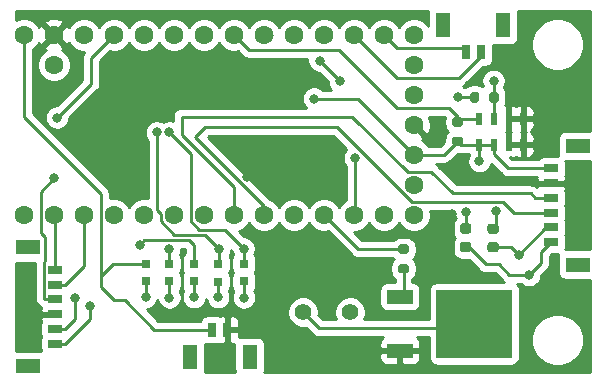
<source format=gtl>
%TF.GenerationSoftware,KiCad,Pcbnew,(5.1.10)-1*%
%TF.CreationDate,2021-11-25T14:16:16+01:00*%
%TF.ProjectId,EXTENSION_BOARD,45585445-4e53-4494-9f4e-5f424f415244,rev?*%
%TF.SameCoordinates,Original*%
%TF.FileFunction,Copper,L1,Top*%
%TF.FilePolarity,Positive*%
%FSLAX46Y46*%
G04 Gerber Fmt 4.6, Leading zero omitted, Abs format (unit mm)*
G04 Created by KiCad (PCBNEW (5.1.10)-1) date 2021-11-25 14:16:16*
%MOMM*%
%LPD*%
G01*
G04 APERTURE LIST*
%TA.AperFunction,ComponentPad*%
%ADD10C,1.400000*%
%TD*%
%TA.AperFunction,SMDPad,CuDef*%
%ADD11R,0.800000X0.800000*%
%TD*%
%TA.AperFunction,SMDPad,CuDef*%
%ADD12R,0.600000X1.100000*%
%TD*%
%TA.AperFunction,SMDPad,CuDef*%
%ADD13R,0.800000X1.200000*%
%TD*%
%TA.AperFunction,SMDPad,CuDef*%
%ADD14R,1.300000X2.150000*%
%TD*%
%TA.AperFunction,ComponentPad*%
%ADD15C,1.600000*%
%TD*%
%TA.AperFunction,SMDPad,CuDef*%
%ADD16R,1.200000X0.800000*%
%TD*%
%TA.AperFunction,SMDPad,CuDef*%
%ADD17R,2.150000X1.300000*%
%TD*%
%TA.AperFunction,SMDPad,CuDef*%
%ADD18R,2.200000X1.200000*%
%TD*%
%TA.AperFunction,SMDPad,CuDef*%
%ADD19R,6.400000X5.800000*%
%TD*%
%TA.AperFunction,ViaPad*%
%ADD20C,0.800000*%
%TD*%
%TA.AperFunction,Conductor*%
%ADD21C,0.250000*%
%TD*%
%TA.AperFunction,Conductor*%
%ADD22C,0.254000*%
%TD*%
%TA.AperFunction,Conductor*%
%ADD23C,0.100000*%
%TD*%
G04 APERTURE END LIST*
D10*
%TO.P,LS1,1*%
%TO.N,+3V3*%
X118971060Y-104246680D03*
%TO.P,LS1,2*%
%TO.N,Buzzer*%
X114971060Y-104246680D03*
%TD*%
D11*
%TO.P,D1,2*%
%TO.N,VIN*%
X101638100Y-100144580D03*
%TO.P,D1,1*%
%TO.N,Net-(D1-Pad1)*%
X101638100Y-101644580D03*
%TD*%
%TO.P,D2,1*%
%TO.N,Net-(D2-Pad1)*%
X103657400Y-101642040D03*
%TO.P,D2,2*%
%TO.N,YLED1*%
X103657400Y-100142040D03*
%TD*%
%TO.P,D3,2*%
%TO.N,YLED2*%
X105735120Y-100142040D03*
%TO.P,D3,1*%
%TO.N,Net-(D3-Pad1)*%
X105735120Y-101642040D03*
%TD*%
%TO.P,D4,1*%
%TO.N,Net-(D4-Pad1)*%
X107805220Y-101647120D03*
%TO.P,D4,2*%
%TO.N,GLED1*%
X107805220Y-100147120D03*
%TD*%
%TO.P,D5,2*%
%TO.N,GLED2*%
X109951520Y-100136960D03*
%TO.P,D5,1*%
%TO.N,Net-(D5-Pad1)*%
X109951520Y-101636960D03*
%TD*%
D12*
%TO.P,IC2,1*%
%TO.N,+3V3*%
X129884960Y-90050800D03*
%TO.P,IC2,2*%
X131134960Y-90050800D03*
%TO.P,IC2,3*%
%TO.N,GND*%
X132384960Y-90050800D03*
%TO.P,IC2,4*%
X133634960Y-90050800D03*
%TO.P,IC2,5*%
X133634960Y-87850800D03*
%TO.P,IC2,6*%
X132384960Y-87850800D03*
%TO.P,IC2,7*%
%TO.N,Accel_SDA*%
X131134960Y-87850800D03*
%TO.P,IC2,8*%
%TO.N,Accel_SCL*%
X129884960Y-87850800D03*
%TD*%
D13*
%TO.P,J3,1*%
%TO.N,PWM2*%
X130012360Y-82236420D03*
%TO.P,J3,2*%
%TO.N,PWM1*%
X128762360Y-82236420D03*
D14*
%TO.P,J3,MP1*%
%TO.N,Net-(J3-PadMP1)*%
X126862360Y-79941420D03*
%TO.P,J3,MP2*%
%TO.N,Net-(J3-PadMP2)*%
X131912360Y-79941420D03*
%TD*%
D13*
%TO.P,J2,1*%
%TO.N,VIN*%
X107306980Y-105726120D03*
%TO.P,J2,2*%
%TO.N,GND*%
X108556980Y-105726120D03*
D14*
%TO.P,J2,MP1*%
%TO.N,Net-(J2-PadMP1)*%
X110456980Y-108021120D03*
%TO.P,J2,MP2*%
%TO.N,Net-(J2-PadMP2)*%
X105406980Y-108021120D03*
%TD*%
D15*
%TO.P,U2,17*%
%TO.N,GND*%
X124360940Y-88389460D03*
%TO.P,U2,18*%
%TO.N,Net-(U2-Pad18)*%
X124360940Y-85849460D03*
%TO.P,U2,19*%
%TO.N,Net-(U2-Pad19)*%
X124360940Y-83309460D03*
%TO.P,U2,20*%
%TO.N,SCLK*%
X124360940Y-80769460D03*
%TO.P,U2,16*%
%TO.N,+3V3*%
X124360940Y-90929460D03*
%TO.P,U2,15*%
%TO.N,Net-(U2-Pad15)*%
X124360940Y-93469460D03*
%TO.P,U2,14*%
%TO.N,MISO*%
X124360940Y-96009460D03*
%TO.P,U2,21*%
%TO.N,PWM1*%
X121820940Y-80769460D03*
%TO.P,U2,22*%
%TO.N,PWM2*%
X119280940Y-80769460D03*
%TO.P,U2,23*%
%TO.N,Net-(U2-Pad23)*%
X116740940Y-80769460D03*
%TO.P,U2,24*%
%TO.N,Net-(U2-Pad24)*%
X114200940Y-80769460D03*
%TO.P,U2,25*%
%TO.N,Accel_SDA*%
X111660940Y-80769460D03*
%TO.P,U2,26*%
%TO.N,Accel_SCL*%
X109120940Y-80769460D03*
%TO.P,U2,27*%
%TO.N,TPyro2OUT*%
X106580940Y-80769460D03*
%TO.P,U2,28*%
%TO.N,TPyro1OUT*%
X104040940Y-80769460D03*
%TO.P,U2,29*%
%TO.N,Net-(U2-Pad29)*%
X101500940Y-80769460D03*
%TO.P,U2,30*%
%TO.N,HFREE*%
X98960940Y-80769460D03*
%TO.P,U2,31*%
%TO.N,+3V3*%
X96420940Y-80769460D03*
%TO.P,U2,32*%
%TO.N,GND*%
X93880940Y-80769460D03*
%TO.P,U2,33*%
%TO.N,VIN*%
X91340940Y-80769460D03*
%TO.P,U2,34*%
%TO.N,Net-(U2-Pad34)*%
X93880940Y-83309460D03*
%TO.P,U2,13*%
%TO.N,MOSI*%
X121820940Y-96009460D03*
%TO.P,U2,12*%
%TO.N,CS_FLASH*%
X119280940Y-96009460D03*
%TO.P,U2,11*%
%TO.N,TBuzzer*%
X116740940Y-96009460D03*
%TO.P,U2,10*%
%TO.N,Net-(U2-Pad10)*%
X114200940Y-96009460D03*
%TO.P,U2,9*%
%TO.N,PDECT2*%
X111660940Y-96009460D03*
%TO.P,U2,8*%
%TO.N,PDECT1*%
X109120940Y-96009460D03*
%TO.P,U2,7*%
%TO.N,TGLED2*%
X106580940Y-96009460D03*
%TO.P,U2,6*%
%TO.N,TGLED1*%
X104040940Y-96009460D03*
%TO.P,U2,5*%
%TO.N,TYLED2*%
X101500940Y-96009460D03*
%TO.P,U2,4*%
%TO.N,TYLED1*%
X98960940Y-96009460D03*
%TO.P,U2,3*%
%TO.N,HTX*%
X96420940Y-96009460D03*
%TO.P,U2,2*%
%TO.N,HRX*%
X93880940Y-96009460D03*
%TO.P,U2,1*%
%TO.N,GND*%
X91340940Y-96009460D03*
%TD*%
D16*
%TO.P,J1,1*%
%TO.N,PYRO2*%
X93976300Y-106917900D03*
%TO.P,J1,2*%
%TO.N,PYRO1*%
X93976300Y-105667900D03*
%TO.P,J1,3*%
%TO.N,GND*%
X93976300Y-104417900D03*
%TO.P,J1,4*%
%TO.N,HFREE*%
X93976300Y-103167900D03*
%TO.P,J1,5*%
%TO.N,HTX*%
X93976300Y-101917900D03*
%TO.P,J1,6*%
%TO.N,HRX*%
X93976300Y-100667900D03*
D17*
%TO.P,J1,MP1*%
%TO.N,Net-(J1-PadMP1)*%
X91681300Y-108817900D03*
%TO.P,J1,MP2*%
%TO.N,Net-(J1-PadMP2)*%
X91681300Y-98767900D03*
%TD*%
%TO.P,R2,1*%
%TO.N,Accel_SCL*%
%TA.AperFunction,SMDPad,CuDef*%
G36*
G01*
X127779100Y-87736460D02*
X128329100Y-87736460D01*
G75*
G02*
X128529100Y-87936460I0J-200000D01*
G01*
X128529100Y-88336460D01*
G75*
G02*
X128329100Y-88536460I-200000J0D01*
G01*
X127779100Y-88536460D01*
G75*
G02*
X127579100Y-88336460I0J200000D01*
G01*
X127579100Y-87936460D01*
G75*
G02*
X127779100Y-87736460I200000J0D01*
G01*
G37*
%TD.AperFunction*%
%TO.P,R2,2*%
%TO.N,+3V3*%
%TA.AperFunction,SMDPad,CuDef*%
G36*
G01*
X127779100Y-89386460D02*
X128329100Y-89386460D01*
G75*
G02*
X128529100Y-89586460I0J-200000D01*
G01*
X128529100Y-89986460D01*
G75*
G02*
X128329100Y-90186460I-200000J0D01*
G01*
X127779100Y-90186460D01*
G75*
G02*
X127579100Y-89986460I0J200000D01*
G01*
X127579100Y-89586460D01*
G75*
G02*
X127779100Y-89386460I200000J0D01*
G01*
G37*
%TD.AperFunction*%
%TD*%
%TO.P,R3,2*%
%TO.N,+3V3*%
%TA.AperFunction,SMDPad,CuDef*%
G36*
G01*
X129895280Y-85790360D02*
X129895280Y-86340360D01*
G75*
G02*
X129695280Y-86540360I-200000J0D01*
G01*
X129295280Y-86540360D01*
G75*
G02*
X129095280Y-86340360I0J200000D01*
G01*
X129095280Y-85790360D01*
G75*
G02*
X129295280Y-85590360I200000J0D01*
G01*
X129695280Y-85590360D01*
G75*
G02*
X129895280Y-85790360I0J-200000D01*
G01*
G37*
%TD.AperFunction*%
%TO.P,R3,1*%
%TO.N,Accel_SDA*%
%TA.AperFunction,SMDPad,CuDef*%
G36*
G01*
X131545280Y-85790360D02*
X131545280Y-86340360D01*
G75*
G02*
X131345280Y-86540360I-200000J0D01*
G01*
X130945280Y-86540360D01*
G75*
G02*
X130745280Y-86340360I0J200000D01*
G01*
X130745280Y-85790360D01*
G75*
G02*
X130945280Y-85590360I200000J0D01*
G01*
X131345280Y-85590360D01*
G75*
G02*
X131545280Y-85790360I0J-200000D01*
G01*
G37*
%TD.AperFunction*%
%TD*%
%TO.P,D6,1*%
%TO.N,TPyro1OUT*%
%TA.AperFunction,SMDPad,CuDef*%
G36*
G01*
X130810290Y-96737820D02*
X131322790Y-96737820D01*
G75*
G02*
X131541540Y-96956570I0J-218750D01*
G01*
X131541540Y-97394070D01*
G75*
G02*
X131322790Y-97612820I-218750J0D01*
G01*
X130810290Y-97612820D01*
G75*
G02*
X130591540Y-97394070I0J218750D01*
G01*
X130591540Y-96956570D01*
G75*
G02*
X130810290Y-96737820I218750J0D01*
G01*
G37*
%TD.AperFunction*%
%TO.P,D6,2*%
%TO.N,OPYRO1*%
%TA.AperFunction,SMDPad,CuDef*%
G36*
G01*
X130810290Y-98312820D02*
X131322790Y-98312820D01*
G75*
G02*
X131541540Y-98531570I0J-218750D01*
G01*
X131541540Y-98969070D01*
G75*
G02*
X131322790Y-99187820I-218750J0D01*
G01*
X130810290Y-99187820D01*
G75*
G02*
X130591540Y-98969070I0J218750D01*
G01*
X130591540Y-98531570D01*
G75*
G02*
X130810290Y-98312820I218750J0D01*
G01*
G37*
%TD.AperFunction*%
%TD*%
%TO.P,D7,2*%
%TO.N,OPYRO2*%
%TA.AperFunction,SMDPad,CuDef*%
G36*
G01*
X128488730Y-98295040D02*
X129001230Y-98295040D01*
G75*
G02*
X129219980Y-98513790I0J-218750D01*
G01*
X129219980Y-98951290D01*
G75*
G02*
X129001230Y-99170040I-218750J0D01*
G01*
X128488730Y-99170040D01*
G75*
G02*
X128269980Y-98951290I0J218750D01*
G01*
X128269980Y-98513790D01*
G75*
G02*
X128488730Y-98295040I218750J0D01*
G01*
G37*
%TD.AperFunction*%
%TO.P,D7,1*%
%TO.N,TPyro2OUT*%
%TA.AperFunction,SMDPad,CuDef*%
G36*
G01*
X128488730Y-96720040D02*
X129001230Y-96720040D01*
G75*
G02*
X129219980Y-96938790I0J-218750D01*
G01*
X129219980Y-97376290D01*
G75*
G02*
X129001230Y-97595040I-218750J0D01*
G01*
X128488730Y-97595040D01*
G75*
G02*
X128269980Y-97376290I0J218750D01*
G01*
X128269980Y-96938790D01*
G75*
G02*
X128488730Y-96720040I218750J0D01*
G01*
G37*
%TD.AperFunction*%
%TD*%
%TO.P,R5,1*%
%TO.N,Net-(R5-Pad1)*%
%TA.AperFunction,SMDPad,CuDef*%
G36*
G01*
X123757100Y-100962680D02*
X123207100Y-100962680D01*
G75*
G02*
X123007100Y-100762680I0J200000D01*
G01*
X123007100Y-100362680D01*
G75*
G02*
X123207100Y-100162680I200000J0D01*
G01*
X123757100Y-100162680D01*
G75*
G02*
X123957100Y-100362680I0J-200000D01*
G01*
X123957100Y-100762680D01*
G75*
G02*
X123757100Y-100962680I-200000J0D01*
G01*
G37*
%TD.AperFunction*%
%TO.P,R5,2*%
%TO.N,TBuzzer*%
%TA.AperFunction,SMDPad,CuDef*%
G36*
G01*
X123757100Y-99312680D02*
X123207100Y-99312680D01*
G75*
G02*
X123007100Y-99112680I0J200000D01*
G01*
X123007100Y-98712680D01*
G75*
G02*
X123207100Y-98512680I200000J0D01*
G01*
X123757100Y-98512680D01*
G75*
G02*
X123957100Y-98712680I0J-200000D01*
G01*
X123957100Y-99112680D01*
G75*
G02*
X123757100Y-99312680I-200000J0D01*
G01*
G37*
%TD.AperFunction*%
%TD*%
D18*
%TO.P,U3,1*%
%TO.N,Net-(R5-Pad1)*%
X123181580Y-102944580D03*
%TO.P,U3,3*%
%TO.N,GND*%
X123181580Y-107504580D03*
D19*
%TO.P,U3,2*%
%TO.N,Buzzer*%
X129481580Y-105224580D03*
%TD*%
D16*
%TO.P,J5,1*%
%TO.N,+3V3*%
X135979100Y-92071660D03*
%TO.P,J5,2*%
%TO.N,GND*%
X135979100Y-93321660D03*
%TO.P,J5,3*%
%TO.N,PDECT1*%
X135979100Y-94571660D03*
%TO.P,J5,4*%
%TO.N,PDECT2*%
X135979100Y-95821660D03*
%TO.P,J5,5*%
%TO.N,OPYRO1*%
X135979100Y-97071660D03*
%TO.P,J5,6*%
%TO.N,OPYRO2*%
X135979100Y-98321660D03*
D17*
%TO.P,J5,MP1*%
%TO.N,Net-(J5-PadMP1)*%
X138274100Y-90171660D03*
%TO.P,J5,MP2*%
%TO.N,Net-(J5-PadMP2)*%
X138274100Y-100221660D03*
%TD*%
D20*
%TO.N,GND*%
X99583240Y-92626180D03*
X110266480Y-92770960D03*
X108757720Y-89636600D03*
X104566720Y-83672680D03*
X110032800Y-83850480D03*
X99725480Y-83566000D03*
X135011160Y-85907880D03*
X127553720Y-95915480D03*
X128003300Y-91490800D03*
X91787980Y-103911400D03*
%TO.N,Net-(D1-Pad1)*%
X101645720Y-102981760D03*
%TO.N,Net-(D2-Pad1)*%
X103652320Y-103002080D03*
%TO.N,YLED1*%
X103647240Y-98879660D03*
%TO.N,YLED2*%
X101173280Y-98529140D03*
%TO.N,Net-(D3-Pad1)*%
X105745280Y-102969060D03*
%TO.N,Net-(D4-Pad1)*%
X107797600Y-102976680D03*
%TO.N,GLED1*%
X102598220Y-89016840D03*
X107881420Y-98889820D03*
%TO.N,GLED2*%
X103657400Y-89016840D03*
X109948980Y-98856800D03*
%TO.N,Net-(D5-Pad1)*%
X109956600Y-103002080D03*
%TO.N,PYRO1*%
X95689420Y-103035100D03*
%TO.N,PYRO2*%
X96954340Y-103728520D03*
%TO.N,CS_FLASH*%
X119385080Y-91180920D03*
%TO.N,Accel_SDA*%
X131114800Y-84663280D03*
X118094760Y-84663280D03*
X116373910Y-82942430D03*
%TO.N,HFREE*%
X94157800Y-87772240D03*
X93911420Y-92887800D03*
%TO.N,+3V3*%
X128117600Y-86060280D03*
X129908300Y-91455240D03*
X115907820Y-86164420D03*
%TO.N,TPyro1OUT*%
X131353560Y-95664020D03*
%TO.N,OPYRO1*%
X133233160Y-99382580D03*
%TO.N,OPYRO2*%
X134127240Y-101092000D03*
%TO.N,TPyro2OUT*%
X128778000Y-95730060D03*
%TD*%
D21*
%TO.N,GND*%
X110266480Y-91145360D02*
X108757720Y-89636600D01*
X110266480Y-92770960D02*
X110266480Y-91145360D01*
%TO.N,Net-(D1-Pad1)*%
X101638100Y-102974140D02*
X101645720Y-102981760D01*
X101638100Y-101644580D02*
X101638100Y-102974140D01*
%TO.N,Net-(D2-Pad1)*%
X103657400Y-102997000D02*
X103652320Y-103002080D01*
X103657400Y-101642040D02*
X103657400Y-102997000D01*
%TO.N,YLED1*%
X103647240Y-100131880D02*
X103657400Y-100142040D01*
X103647240Y-98879660D02*
X103647240Y-100131880D01*
%TO.N,YLED2*%
X101547761Y-98154659D02*
X101173280Y-98529140D01*
X105309839Y-98154659D02*
X101547761Y-98154659D01*
X105752900Y-98597720D02*
X105309839Y-98154659D01*
X105752900Y-100124260D02*
X105752900Y-98597720D01*
X105735120Y-100142040D02*
X105752900Y-100124260D01*
%TO.N,Net-(D3-Pad1)*%
X105735120Y-102958900D02*
X105745280Y-102969060D01*
X105735120Y-101642040D02*
X105735120Y-102958900D01*
%TO.N,Net-(D4-Pad1)*%
X107805220Y-102969060D02*
X107797600Y-102976680D01*
X107805220Y-101647120D02*
X107805220Y-102969060D01*
%TO.N,GLED1*%
X107881420Y-100070920D02*
X107805220Y-100147120D01*
X107881420Y-98889820D02*
X107881420Y-100070920D01*
X106696249Y-97704649D02*
X107881420Y-98889820D01*
X104071127Y-97704649D02*
X106696249Y-97704649D01*
X102915939Y-96549461D02*
X104071127Y-97704649D01*
X102915939Y-95910619D02*
X102915939Y-96549461D01*
X102598220Y-95592900D02*
X102915939Y-95910619D01*
X102598220Y-89016840D02*
X102598220Y-95592900D01*
%TO.N,GLED2*%
X109948980Y-100134420D02*
X109951520Y-100136960D01*
X109948980Y-98856800D02*
X109948980Y-100134420D01*
X108346819Y-97254639D02*
X109948980Y-98856800D01*
X106161117Y-97254639D02*
X108346819Y-97254639D01*
X105455939Y-96549461D02*
X106161117Y-97254639D01*
X105455939Y-90815379D02*
X105455939Y-96549461D01*
X103657400Y-89016840D02*
X105455939Y-90815379D01*
%TO.N,Net-(D5-Pad1)*%
X109951520Y-102997000D02*
X109956600Y-103002080D01*
X109951520Y-101636960D02*
X109951520Y-102997000D01*
%TO.N,PYRO1*%
X94826300Y-105667900D02*
X95689420Y-104804780D01*
X93976300Y-105667900D02*
X94826300Y-105667900D01*
X95689420Y-104804780D02*
X95689420Y-103035100D01*
X95689420Y-103035100D02*
X95689420Y-103035100D01*
%TO.N,PYRO2*%
X94826300Y-106917900D02*
X96954340Y-104789860D01*
X93976300Y-106917900D02*
X94826300Y-106917900D01*
X96954340Y-104789860D02*
X96954340Y-103728520D01*
X96954340Y-103728520D02*
X96954340Y-103578660D01*
%TO.N,PWM1*%
X128420401Y-81894461D02*
X128762360Y-82236420D01*
X122945941Y-81894461D02*
X128420401Y-81894461D01*
X121820940Y-80769460D02*
X122945941Y-81894461D01*
%TO.N,PWM2*%
X130012360Y-82571422D02*
X130012360Y-82236420D01*
X128149321Y-84434461D02*
X130012360Y-82571422D01*
X122945941Y-84434461D02*
X128149321Y-84434461D01*
X119280940Y-80769460D02*
X122945941Y-84434461D01*
%TO.N,Buzzer*%
X114971060Y-104246680D02*
X116324880Y-105600500D01*
X129105660Y-105600500D02*
X129481580Y-105224580D01*
X116324880Y-105600500D02*
X129105660Y-105600500D01*
%TO.N,CS_FLASH*%
X119385080Y-95905320D02*
X119280940Y-96009460D01*
X119385080Y-91180920D02*
X119385080Y-95905320D01*
%TO.N,VIN*%
X91340940Y-87726082D02*
X91340940Y-80769460D01*
X97835939Y-94221081D02*
X91340940Y-87726082D01*
X98857238Y-100144580D02*
X97835939Y-101165879D01*
X101638100Y-100144580D02*
X98857238Y-100144580D01*
X97835939Y-101165879D02*
X97835939Y-94221081D01*
X107306980Y-105726120D02*
X102365700Y-105726120D01*
X102365700Y-105726120D02*
X99875340Y-103235760D01*
X99875340Y-103235760D02*
X98938080Y-103235760D01*
X97835939Y-102133619D02*
X97835939Y-101165879D01*
X98938080Y-103235760D02*
X97835939Y-102133619D01*
%TO.N,TBuzzer*%
X119644160Y-98912680D02*
X116740940Y-96009460D01*
X123482100Y-98912680D02*
X119644160Y-98912680D01*
%TO.N,Accel_SCL*%
X128339760Y-87850800D02*
X128054100Y-88136460D01*
X129884960Y-87850800D02*
X128339760Y-87850800D01*
X110411260Y-82059780D02*
X109120940Y-80769460D01*
X118031260Y-82059780D02*
X110411260Y-82059780D01*
X122945941Y-86974461D02*
X118031260Y-82059780D01*
X127292101Y-86974461D02*
X122945941Y-86974461D01*
X128054100Y-87736460D02*
X127292101Y-86974461D01*
X128054100Y-88136460D02*
X128054100Y-87736460D01*
%TO.N,Accel_SDA*%
X112349280Y-80769460D02*
X111660940Y-80769460D01*
X131145280Y-87840480D02*
X131134960Y-87850800D01*
X131145280Y-86065360D02*
X131145280Y-87840480D01*
X131145280Y-84693760D02*
X131114800Y-84663280D01*
X131145280Y-86065360D02*
X131145280Y-84693760D01*
X118094760Y-84663280D02*
X116373910Y-82942430D01*
%TO.N,HFREE*%
X98960940Y-80769460D02*
X97040700Y-82689700D01*
X97040700Y-82689700D02*
X97040700Y-84889340D01*
X97040700Y-84889340D02*
X94157800Y-87772240D01*
X94157800Y-87772240D02*
X94122240Y-87807800D01*
X93126300Y-103167900D02*
X93976300Y-103167900D01*
X93051299Y-100007899D02*
X93051299Y-103092899D01*
X93051299Y-103092899D02*
X93126300Y-103167900D01*
X93116299Y-99942899D02*
X93051299Y-100007899D01*
X93116299Y-97892897D02*
X93116299Y-99942899D01*
X92755939Y-97532537D02*
X93116299Y-97892897D01*
X92755939Y-94043281D02*
X92755939Y-97532537D01*
X93911420Y-92887800D02*
X92755939Y-94043281D01*
%TO.N,HTX*%
X96420940Y-100323260D02*
X96420940Y-96009460D01*
X94826300Y-101917900D02*
X96420940Y-100323260D01*
X93976300Y-101917900D02*
X94826300Y-101917900D01*
%TO.N,HRX*%
X93976300Y-96104820D02*
X93880940Y-96009460D01*
X93976300Y-100667900D02*
X93976300Y-96104820D01*
%TO.N,Net-(R5-Pad1)*%
X123482100Y-102644060D02*
X123181580Y-102944580D01*
X123482100Y-100562680D02*
X123482100Y-102644060D01*
%TO.N,+3V3*%
X131134960Y-90050800D02*
X129884960Y-90050800D01*
X128318440Y-90050800D02*
X128054100Y-89786460D01*
X129884960Y-90050800D02*
X128318440Y-90050800D01*
X129908300Y-90074140D02*
X129884960Y-90050800D01*
X129908300Y-91455240D02*
X129908300Y-90074140D01*
X126911100Y-90929460D02*
X128054100Y-89786460D01*
X124360940Y-90929460D02*
X126911100Y-90929460D01*
X128122680Y-86065360D02*
X128117600Y-86060280D01*
X129495280Y-86065360D02*
X128122680Y-86065360D01*
X119595900Y-86164420D02*
X115907820Y-86164420D01*
X124360940Y-90929460D02*
X119595900Y-86164420D01*
X132355820Y-92071660D02*
X135979100Y-92071660D01*
X131134960Y-90850800D02*
X132355820Y-92071660D01*
X131134960Y-90050800D02*
X131134960Y-90850800D01*
%TO.N,TPyro1OUT*%
X131353560Y-96888300D02*
X131066540Y-97175320D01*
X131353560Y-95664020D02*
X131353560Y-96888300D01*
%TO.N,OPYRO1*%
X132600900Y-98750320D02*
X133233160Y-99382580D01*
X131066540Y-98750320D02*
X132600900Y-98750320D01*
X135544080Y-97071660D02*
X135979100Y-97071660D01*
X133233160Y-99382580D02*
X135544080Y-97071660D01*
%TO.N,OPYRO2*%
X128744980Y-98732540D02*
X128996640Y-98732540D01*
X128996640Y-98732540D02*
X130451860Y-100187760D01*
X135125540Y-100093700D02*
X134127240Y-101092000D01*
X130451860Y-100187760D02*
X131531360Y-100187760D01*
X132435600Y-101092000D02*
X134127240Y-101092000D01*
X131531360Y-100187760D02*
X132435600Y-101092000D01*
X135125540Y-99175220D02*
X135979100Y-98321660D01*
X135125540Y-100093700D02*
X135125540Y-99175220D01*
%TO.N,TPyro2OUT*%
X128778000Y-97124520D02*
X128744980Y-97157540D01*
X128778000Y-95730060D02*
X128778000Y-97124520D01*
%TO.N,PDECT1*%
X134241540Y-94190820D02*
X134622380Y-94571660D01*
X134622380Y-94571660D02*
X135979100Y-94571660D01*
X127680720Y-94190820D02*
X134241540Y-94190820D01*
X125834359Y-92344459D02*
X127680720Y-94190820D01*
X123820939Y-92344459D02*
X125834359Y-92344459D01*
X119162360Y-87685880D02*
X123820939Y-92344459D01*
X104703880Y-87685880D02*
X119162360Y-87685880D01*
X109120940Y-96009460D02*
X109120940Y-93639640D01*
X104703880Y-89222580D02*
X104703880Y-87685880D01*
X109120940Y-93639640D02*
X104703880Y-89222580D01*
%TO.N,PDECT2*%
X124161621Y-94884459D02*
X131882099Y-94884459D01*
X117818112Y-88540950D02*
X124161621Y-94884459D01*
X111660940Y-95238422D02*
X105844340Y-89421822D01*
X111660940Y-96009460D02*
X111660940Y-95238422D01*
X105844340Y-89421822D02*
X105844340Y-89380060D01*
X105844340Y-89380060D02*
X106683450Y-88540950D01*
X106683450Y-88540950D02*
X117818112Y-88540950D01*
X132819300Y-95821660D02*
X135979100Y-95821660D01*
X131882099Y-94884459D02*
X132819300Y-95821660D01*
%TD*%
D22*
%TO.N,GND*%
X127743000Y-95831999D02*
X127782774Y-96031958D01*
X127860795Y-96220316D01*
X127917206Y-96304742D01*
X127882865Y-96332925D01*
X127776309Y-96462765D01*
X127697130Y-96610898D01*
X127648372Y-96771632D01*
X127631908Y-96938790D01*
X127631908Y-97376290D01*
X127648372Y-97543448D01*
X127697130Y-97704182D01*
X127776309Y-97852315D01*
X127852406Y-97945040D01*
X127776309Y-98037765D01*
X127697130Y-98185898D01*
X127648372Y-98346632D01*
X127631908Y-98513790D01*
X127631908Y-98951290D01*
X127648372Y-99118448D01*
X127697130Y-99279182D01*
X127776309Y-99427315D01*
X127882865Y-99557155D01*
X128012705Y-99663711D01*
X128160838Y-99742890D01*
X128321572Y-99791648D01*
X128488730Y-99808112D01*
X128997411Y-99808112D01*
X129888060Y-100698762D01*
X129911859Y-100727761D01*
X130027584Y-100822734D01*
X130159613Y-100893306D01*
X130302874Y-100936763D01*
X130414527Y-100947760D01*
X130414537Y-100947760D01*
X130451860Y-100951436D01*
X130489183Y-100947760D01*
X131216558Y-100947760D01*
X131871805Y-101603008D01*
X131895599Y-101632001D01*
X131924592Y-101655795D01*
X131924596Y-101655799D01*
X131962016Y-101686508D01*
X126281580Y-101686508D01*
X126157098Y-101698768D01*
X126037400Y-101735078D01*
X125927086Y-101794043D01*
X125830395Y-101873395D01*
X125751043Y-101970086D01*
X125692078Y-102080400D01*
X125655768Y-102200098D01*
X125643508Y-102324580D01*
X125643508Y-104840500D01*
X120170084Y-104840500D01*
X120254756Y-104636085D01*
X120306060Y-104378166D01*
X120306060Y-104115194D01*
X120254756Y-103857275D01*
X120154121Y-103614321D01*
X120008022Y-103395667D01*
X119822073Y-103209718D01*
X119603419Y-103063619D01*
X119360465Y-102962984D01*
X119102546Y-102911680D01*
X118839574Y-102911680D01*
X118581655Y-102962984D01*
X118338701Y-103063619D01*
X118120047Y-103209718D01*
X117934098Y-103395667D01*
X117787999Y-103614321D01*
X117687364Y-103857275D01*
X117636060Y-104115194D01*
X117636060Y-104378166D01*
X117687364Y-104636085D01*
X117772036Y-104840500D01*
X116639682Y-104840500D01*
X116284705Y-104485523D01*
X116306060Y-104378166D01*
X116306060Y-104115194D01*
X116254756Y-103857275D01*
X116154121Y-103614321D01*
X116008022Y-103395667D01*
X115822073Y-103209718D01*
X115603419Y-103063619D01*
X115360465Y-102962984D01*
X115102546Y-102911680D01*
X114839574Y-102911680D01*
X114581655Y-102962984D01*
X114338701Y-103063619D01*
X114120047Y-103209718D01*
X113934098Y-103395667D01*
X113787999Y-103614321D01*
X113687364Y-103857275D01*
X113636060Y-104115194D01*
X113636060Y-104378166D01*
X113687364Y-104636085D01*
X113787999Y-104879039D01*
X113934098Y-105097693D01*
X114120047Y-105283642D01*
X114338701Y-105429741D01*
X114581655Y-105530376D01*
X114839574Y-105581680D01*
X115102546Y-105581680D01*
X115209903Y-105560325D01*
X115761081Y-106111503D01*
X115784879Y-106140501D01*
X115813877Y-106164299D01*
X115900604Y-106235474D01*
X116032633Y-106306046D01*
X116175894Y-106349503D01*
X116324880Y-106364177D01*
X116362213Y-106360500D01*
X121752423Y-106360500D01*
X121727086Y-106374043D01*
X121630395Y-106453395D01*
X121551043Y-106550086D01*
X121492078Y-106660400D01*
X121455768Y-106780098D01*
X121443508Y-106904580D01*
X121446580Y-107218830D01*
X121605330Y-107377580D01*
X123054580Y-107377580D01*
X123054580Y-107357580D01*
X123308580Y-107357580D01*
X123308580Y-107377580D01*
X124757830Y-107377580D01*
X124916580Y-107218830D01*
X124919652Y-106904580D01*
X124907392Y-106780098D01*
X124871082Y-106660400D01*
X124812117Y-106550086D01*
X124732765Y-106453395D01*
X124636074Y-106374043D01*
X124610737Y-106360500D01*
X125643508Y-106360500D01*
X125643508Y-108124580D01*
X125655768Y-108249062D01*
X125692078Y-108368760D01*
X125751043Y-108479074D01*
X125830395Y-108575765D01*
X125927086Y-108655117D01*
X126037400Y-108714082D01*
X126157098Y-108750392D01*
X126281580Y-108762652D01*
X132681580Y-108762652D01*
X132806062Y-108750392D01*
X132925760Y-108714082D01*
X133036074Y-108655117D01*
X133132765Y-108575765D01*
X133212117Y-108479074D01*
X133271082Y-108368760D01*
X133307392Y-108249062D01*
X133319652Y-108124580D01*
X133319652Y-106376052D01*
X134274760Y-106376052D01*
X134274760Y-106816308D01*
X134360650Y-107248105D01*
X134529129Y-107654849D01*
X134773722Y-108020909D01*
X135085031Y-108332218D01*
X135451091Y-108576811D01*
X135857835Y-108745290D01*
X136289632Y-108831180D01*
X136729888Y-108831180D01*
X137161685Y-108745290D01*
X137568429Y-108576811D01*
X137934489Y-108332218D01*
X138245798Y-108020909D01*
X138490391Y-107654849D01*
X138658870Y-107248105D01*
X138744760Y-106816308D01*
X138744760Y-106376052D01*
X138658870Y-105944255D01*
X138490391Y-105537511D01*
X138245798Y-105171451D01*
X137934489Y-104860142D01*
X137568429Y-104615549D01*
X137161685Y-104447070D01*
X136729888Y-104361180D01*
X136289632Y-104361180D01*
X135857835Y-104447070D01*
X135451091Y-104615549D01*
X135085031Y-104860142D01*
X134773722Y-105171451D01*
X134529129Y-105537511D01*
X134360650Y-105944255D01*
X134274760Y-106376052D01*
X133319652Y-106376052D01*
X133319652Y-102324580D01*
X133307392Y-102200098D01*
X133271082Y-102080400D01*
X133212117Y-101970086D01*
X133132765Y-101873395D01*
X133106695Y-101852000D01*
X133423529Y-101852000D01*
X133467466Y-101895937D01*
X133636984Y-102009205D01*
X133825342Y-102087226D01*
X134025301Y-102127000D01*
X134229179Y-102127000D01*
X134429138Y-102087226D01*
X134617496Y-102009205D01*
X134787014Y-101895937D01*
X134931177Y-101751774D01*
X135044445Y-101582256D01*
X135122466Y-101393898D01*
X135162240Y-101193939D01*
X135162240Y-101131802D01*
X135636549Y-100657494D01*
X135665541Y-100633701D01*
X135689335Y-100604708D01*
X135689339Y-100604704D01*
X135760513Y-100517977D01*
X135760514Y-100517976D01*
X135831086Y-100385947D01*
X135874543Y-100242686D01*
X135885540Y-100131033D01*
X135885540Y-100131024D01*
X135889216Y-100093701D01*
X135885540Y-100056378D01*
X135885540Y-99490021D01*
X136015829Y-99359732D01*
X136579100Y-99359732D01*
X136600452Y-99357629D01*
X136573288Y-99447178D01*
X136561028Y-99571660D01*
X136561028Y-100871660D01*
X136573288Y-100996142D01*
X136609598Y-101115840D01*
X136668563Y-101226154D01*
X136747915Y-101322845D01*
X136844606Y-101402197D01*
X136954920Y-101461162D01*
X137074618Y-101497472D01*
X137199100Y-101509732D01*
X139290001Y-101509732D01*
X139290001Y-109290000D01*
X111711740Y-109290000D01*
X111732792Y-109220602D01*
X111745052Y-109096120D01*
X111745052Y-108104580D01*
X121443508Y-108104580D01*
X121455768Y-108229062D01*
X121492078Y-108348760D01*
X121551043Y-108459074D01*
X121630395Y-108555765D01*
X121727086Y-108635117D01*
X121837400Y-108694082D01*
X121957098Y-108730392D01*
X122081580Y-108742652D01*
X122895830Y-108739580D01*
X123054580Y-108580830D01*
X123054580Y-107631580D01*
X123308580Y-107631580D01*
X123308580Y-108580830D01*
X123467330Y-108739580D01*
X124281580Y-108742652D01*
X124406062Y-108730392D01*
X124525760Y-108694082D01*
X124636074Y-108635117D01*
X124732765Y-108555765D01*
X124812117Y-108459074D01*
X124871082Y-108348760D01*
X124907392Y-108229062D01*
X124919652Y-108104580D01*
X124916580Y-107790330D01*
X124757830Y-107631580D01*
X123308580Y-107631580D01*
X123054580Y-107631580D01*
X121605330Y-107631580D01*
X121446580Y-107790330D01*
X121443508Y-108104580D01*
X111745052Y-108104580D01*
X111745052Y-106946120D01*
X111732792Y-106821638D01*
X111696482Y-106701940D01*
X111637517Y-106591626D01*
X111558165Y-106494935D01*
X111461474Y-106415583D01*
X111351160Y-106356618D01*
X111231462Y-106320308D01*
X111106980Y-106308048D01*
X109806980Y-106308048D01*
X109682498Y-106320308D01*
X109592949Y-106347472D01*
X109595052Y-106326120D01*
X109591980Y-106011870D01*
X109433230Y-105853120D01*
X108683980Y-105853120D01*
X108683980Y-106802370D01*
X108842730Y-106961120D01*
X108956980Y-106964192D01*
X109081462Y-106951932D01*
X109171011Y-106924768D01*
X109168908Y-106946120D01*
X109168908Y-109096120D01*
X109181168Y-109220602D01*
X109202220Y-109290000D01*
X106661740Y-109290000D01*
X106682792Y-109220602D01*
X106695052Y-109096120D01*
X106695052Y-106946120D01*
X106692949Y-106924768D01*
X106782498Y-106951932D01*
X106906980Y-106964192D01*
X107706980Y-106964192D01*
X107831462Y-106951932D01*
X107931980Y-106921440D01*
X108032498Y-106951932D01*
X108156980Y-106964192D01*
X108271230Y-106961120D01*
X108429980Y-106802370D01*
X108429980Y-105853120D01*
X108409980Y-105853120D01*
X108409980Y-105599120D01*
X108429980Y-105599120D01*
X108429980Y-104649870D01*
X108683980Y-104649870D01*
X108683980Y-105599120D01*
X109433230Y-105599120D01*
X109591980Y-105440370D01*
X109595052Y-105126120D01*
X109582792Y-105001638D01*
X109546482Y-104881940D01*
X109487517Y-104771626D01*
X109408165Y-104674935D01*
X109311474Y-104595583D01*
X109201160Y-104536618D01*
X109081462Y-104500308D01*
X108956980Y-104488048D01*
X108842730Y-104491120D01*
X108683980Y-104649870D01*
X108429980Y-104649870D01*
X108271230Y-104491120D01*
X108156980Y-104488048D01*
X108032498Y-104500308D01*
X107931980Y-104530800D01*
X107831462Y-104500308D01*
X107706980Y-104488048D01*
X106906980Y-104488048D01*
X106782498Y-104500308D01*
X106662800Y-104536618D01*
X106552486Y-104595583D01*
X106455795Y-104674935D01*
X106376443Y-104771626D01*
X106317478Y-104881940D01*
X106291942Y-104966120D01*
X102680502Y-104966120D01*
X101731142Y-104016760D01*
X101747659Y-104016760D01*
X101947618Y-103976986D01*
X102135976Y-103898965D01*
X102305494Y-103785697D01*
X102449657Y-103641534D01*
X102562925Y-103472016D01*
X102640946Y-103283658D01*
X102646999Y-103253227D01*
X102657094Y-103303978D01*
X102735115Y-103492336D01*
X102848383Y-103661854D01*
X102992546Y-103806017D01*
X103162064Y-103919285D01*
X103350422Y-103997306D01*
X103550381Y-104037080D01*
X103754259Y-104037080D01*
X103954218Y-103997306D01*
X104142576Y-103919285D01*
X104312094Y-103806017D01*
X104456257Y-103661854D01*
X104569525Y-103492336D01*
X104647546Y-103303978D01*
X104687320Y-103104019D01*
X104687320Y-102900141D01*
X104647546Y-102700182D01*
X104569525Y-102511824D01*
X104535326Y-102460641D01*
X104587937Y-102396534D01*
X104646902Y-102286220D01*
X104683212Y-102166522D01*
X104695472Y-102042040D01*
X104695472Y-101242040D01*
X104683212Y-101117558D01*
X104646902Y-100997860D01*
X104590339Y-100892040D01*
X104646902Y-100786220D01*
X104683212Y-100666522D01*
X104695472Y-100542040D01*
X104695472Y-99742040D01*
X104683212Y-99617558D01*
X104646902Y-99497860D01*
X104587937Y-99387546D01*
X104567472Y-99362609D01*
X104642466Y-99181558D01*
X104682240Y-98981599D01*
X104682240Y-98914659D01*
X104992901Y-98914659D01*
X104992901Y-99204942D01*
X104980626Y-99211503D01*
X104883935Y-99290855D01*
X104804583Y-99387546D01*
X104745618Y-99497860D01*
X104709308Y-99617558D01*
X104697048Y-99742040D01*
X104697048Y-100542040D01*
X104709308Y-100666522D01*
X104745618Y-100786220D01*
X104802181Y-100892040D01*
X104745618Y-100997860D01*
X104709308Y-101117558D01*
X104697048Y-101242040D01*
X104697048Y-102042040D01*
X104709308Y-102166522D01*
X104745618Y-102286220D01*
X104804583Y-102396534D01*
X104847833Y-102449234D01*
X104828075Y-102478804D01*
X104750054Y-102667162D01*
X104710280Y-102867121D01*
X104710280Y-103070999D01*
X104750054Y-103270958D01*
X104828075Y-103459316D01*
X104941343Y-103628834D01*
X105085506Y-103772997D01*
X105255024Y-103886265D01*
X105443382Y-103964286D01*
X105643341Y-104004060D01*
X105847219Y-104004060D01*
X106047178Y-103964286D01*
X106235536Y-103886265D01*
X106405054Y-103772997D01*
X106549217Y-103628834D01*
X106662485Y-103459316D01*
X106740506Y-103270958D01*
X106770682Y-103119251D01*
X106802374Y-103278578D01*
X106880395Y-103466936D01*
X106993663Y-103636454D01*
X107137826Y-103780617D01*
X107307344Y-103893885D01*
X107495702Y-103971906D01*
X107695661Y-104011680D01*
X107899539Y-104011680D01*
X108099498Y-103971906D01*
X108287856Y-103893885D01*
X108457374Y-103780617D01*
X108601537Y-103636454D01*
X108714805Y-103466936D01*
X108792826Y-103278578D01*
X108832600Y-103078619D01*
X108832600Y-102874741D01*
X108792826Y-102674782D01*
X108714805Y-102486424D01*
X108692972Y-102453748D01*
X108735757Y-102401614D01*
X108794722Y-102291300D01*
X108831032Y-102171602D01*
X108843292Y-102047120D01*
X108843292Y-101247120D01*
X108831032Y-101122638D01*
X108794722Y-101002940D01*
X108738159Y-100897120D01*
X108794722Y-100791300D01*
X108831032Y-100671602D01*
X108843292Y-100547120D01*
X108843292Y-99747120D01*
X108831032Y-99622638D01*
X108794722Y-99502940D01*
X108759971Y-99437926D01*
X108798625Y-99380076D01*
X108876646Y-99191718D01*
X108916420Y-98991759D01*
X108916420Y-98971006D01*
X108953754Y-99158698D01*
X109031775Y-99347056D01*
X109039973Y-99359326D01*
X109020983Y-99382466D01*
X108962018Y-99492780D01*
X108925708Y-99612478D01*
X108913448Y-99736960D01*
X108913448Y-100536960D01*
X108925708Y-100661442D01*
X108962018Y-100781140D01*
X109018581Y-100886960D01*
X108962018Y-100992780D01*
X108925708Y-101112478D01*
X108913448Y-101236960D01*
X108913448Y-102036960D01*
X108925708Y-102161442D01*
X108962018Y-102281140D01*
X109020983Y-102391454D01*
X109075465Y-102457841D01*
X109039395Y-102511824D01*
X108961374Y-102700182D01*
X108921600Y-102900141D01*
X108921600Y-103104019D01*
X108961374Y-103303978D01*
X109039395Y-103492336D01*
X109152663Y-103661854D01*
X109296826Y-103806017D01*
X109466344Y-103919285D01*
X109654702Y-103997306D01*
X109854661Y-104037080D01*
X110058539Y-104037080D01*
X110258498Y-103997306D01*
X110446856Y-103919285D01*
X110616374Y-103806017D01*
X110760537Y-103661854D01*
X110873805Y-103492336D01*
X110951826Y-103303978D01*
X110991600Y-103104019D01*
X110991600Y-102900141D01*
X110951826Y-102700182D01*
X110873805Y-102511824D01*
X110833175Y-102451017D01*
X110882057Y-102391454D01*
X110941022Y-102281140D01*
X110977332Y-102161442D01*
X110989592Y-102036960D01*
X110989592Y-101236960D01*
X110977332Y-101112478D01*
X110941022Y-100992780D01*
X110884459Y-100886960D01*
X110941022Y-100781140D01*
X110977332Y-100661442D01*
X110989592Y-100536960D01*
X110989592Y-99736960D01*
X110977332Y-99612478D01*
X110941022Y-99492780D01*
X110882057Y-99382466D01*
X110860266Y-99355914D01*
X110866185Y-99347056D01*
X110944206Y-99158698D01*
X110983980Y-98958739D01*
X110983980Y-98754861D01*
X110944206Y-98554902D01*
X110866185Y-98366544D01*
X110752917Y-98197026D01*
X110608754Y-98052863D01*
X110439236Y-97939595D01*
X110250878Y-97861574D01*
X110050919Y-97821800D01*
X109988782Y-97821800D01*
X109551380Y-97384398D01*
X109800667Y-97281140D01*
X110035699Y-97124097D01*
X110235577Y-96924219D01*
X110390940Y-96691701D01*
X110546303Y-96924219D01*
X110746181Y-97124097D01*
X110981213Y-97281140D01*
X111242366Y-97389313D01*
X111519605Y-97444460D01*
X111802275Y-97444460D01*
X112079514Y-97389313D01*
X112340667Y-97281140D01*
X112575699Y-97124097D01*
X112775577Y-96924219D01*
X112930940Y-96691701D01*
X113086303Y-96924219D01*
X113286181Y-97124097D01*
X113521213Y-97281140D01*
X113782366Y-97389313D01*
X114059605Y-97444460D01*
X114342275Y-97444460D01*
X114619514Y-97389313D01*
X114880667Y-97281140D01*
X115115699Y-97124097D01*
X115315577Y-96924219D01*
X115470940Y-96691701D01*
X115626303Y-96924219D01*
X115826181Y-97124097D01*
X116061213Y-97281140D01*
X116322366Y-97389313D01*
X116599605Y-97444460D01*
X116882275Y-97444460D01*
X117064826Y-97408148D01*
X119080361Y-99423683D01*
X119104159Y-99452681D01*
X119133157Y-99476479D01*
X119219883Y-99547654D01*
X119341159Y-99612478D01*
X119351913Y-99618226D01*
X119495174Y-99661683D01*
X119606827Y-99672680D01*
X119606836Y-99672680D01*
X119644159Y-99676356D01*
X119681482Y-99672680D01*
X122587735Y-99672680D01*
X122614494Y-99705286D01*
X122653966Y-99737680D01*
X122614494Y-99770074D01*
X122510269Y-99897072D01*
X122432822Y-100041964D01*
X122385131Y-100199180D01*
X122369028Y-100362680D01*
X122369028Y-100762680D01*
X122385131Y-100926180D01*
X122432822Y-101083396D01*
X122510269Y-101228288D01*
X122614494Y-101355286D01*
X122722100Y-101443597D01*
X122722101Y-101706508D01*
X122081580Y-101706508D01*
X121957098Y-101718768D01*
X121837400Y-101755078D01*
X121727086Y-101814043D01*
X121630395Y-101893395D01*
X121551043Y-101990086D01*
X121492078Y-102100400D01*
X121455768Y-102220098D01*
X121443508Y-102344580D01*
X121443508Y-103544580D01*
X121455768Y-103669062D01*
X121492078Y-103788760D01*
X121551043Y-103899074D01*
X121630395Y-103995765D01*
X121727086Y-104075117D01*
X121837400Y-104134082D01*
X121957098Y-104170392D01*
X122081580Y-104182652D01*
X124281580Y-104182652D01*
X124406062Y-104170392D01*
X124525760Y-104134082D01*
X124636074Y-104075117D01*
X124732765Y-103995765D01*
X124812117Y-103899074D01*
X124871082Y-103788760D01*
X124907392Y-103669062D01*
X124919652Y-103544580D01*
X124919652Y-102344580D01*
X124907392Y-102220098D01*
X124871082Y-102100400D01*
X124812117Y-101990086D01*
X124732765Y-101893395D01*
X124636074Y-101814043D01*
X124525760Y-101755078D01*
X124406062Y-101718768D01*
X124281580Y-101706508D01*
X124242100Y-101706508D01*
X124242100Y-101443596D01*
X124349706Y-101355286D01*
X124453931Y-101228288D01*
X124531378Y-101083396D01*
X124579069Y-100926180D01*
X124595172Y-100762680D01*
X124595172Y-100362680D01*
X124579069Y-100199180D01*
X124531378Y-100041964D01*
X124453931Y-99897072D01*
X124349706Y-99770074D01*
X124310234Y-99737680D01*
X124349706Y-99705286D01*
X124453931Y-99578288D01*
X124531378Y-99433396D01*
X124579069Y-99276180D01*
X124595172Y-99112680D01*
X124595172Y-98712680D01*
X124579069Y-98549180D01*
X124531378Y-98391964D01*
X124453931Y-98247072D01*
X124349706Y-98120074D01*
X124222708Y-98015849D01*
X124077816Y-97938402D01*
X123920600Y-97890711D01*
X123757100Y-97874608D01*
X123207100Y-97874608D01*
X123043600Y-97890711D01*
X122886384Y-97938402D01*
X122741492Y-98015849D01*
X122614494Y-98120074D01*
X122587735Y-98152680D01*
X119958962Y-98152680D01*
X119250742Y-97444460D01*
X119422275Y-97444460D01*
X119699514Y-97389313D01*
X119960667Y-97281140D01*
X120195699Y-97124097D01*
X120395577Y-96924219D01*
X120550940Y-96691701D01*
X120706303Y-96924219D01*
X120906181Y-97124097D01*
X121141213Y-97281140D01*
X121402366Y-97389313D01*
X121679605Y-97444460D01*
X121962275Y-97444460D01*
X122239514Y-97389313D01*
X122500667Y-97281140D01*
X122735699Y-97124097D01*
X122935577Y-96924219D01*
X123090940Y-96691701D01*
X123246303Y-96924219D01*
X123446181Y-97124097D01*
X123681213Y-97281140D01*
X123942366Y-97389313D01*
X124219605Y-97444460D01*
X124502275Y-97444460D01*
X124779514Y-97389313D01*
X125040667Y-97281140D01*
X125275699Y-97124097D01*
X125475577Y-96924219D01*
X125632620Y-96689187D01*
X125740793Y-96428034D01*
X125795940Y-96150795D01*
X125795940Y-95868125D01*
X125751449Y-95644459D01*
X127743000Y-95644459D01*
X127743000Y-95831999D01*
%TA.AperFunction,Conductor*%
D23*
G36*
X127743000Y-95831999D02*
G01*
X127782774Y-96031958D01*
X127860795Y-96220316D01*
X127917206Y-96304742D01*
X127882865Y-96332925D01*
X127776309Y-96462765D01*
X127697130Y-96610898D01*
X127648372Y-96771632D01*
X127631908Y-96938790D01*
X127631908Y-97376290D01*
X127648372Y-97543448D01*
X127697130Y-97704182D01*
X127776309Y-97852315D01*
X127852406Y-97945040D01*
X127776309Y-98037765D01*
X127697130Y-98185898D01*
X127648372Y-98346632D01*
X127631908Y-98513790D01*
X127631908Y-98951290D01*
X127648372Y-99118448D01*
X127697130Y-99279182D01*
X127776309Y-99427315D01*
X127882865Y-99557155D01*
X128012705Y-99663711D01*
X128160838Y-99742890D01*
X128321572Y-99791648D01*
X128488730Y-99808112D01*
X128997411Y-99808112D01*
X129888060Y-100698762D01*
X129911859Y-100727761D01*
X130027584Y-100822734D01*
X130159613Y-100893306D01*
X130302874Y-100936763D01*
X130414527Y-100947760D01*
X130414537Y-100947760D01*
X130451860Y-100951436D01*
X130489183Y-100947760D01*
X131216558Y-100947760D01*
X131871805Y-101603008D01*
X131895599Y-101632001D01*
X131924592Y-101655795D01*
X131924596Y-101655799D01*
X131962016Y-101686508D01*
X126281580Y-101686508D01*
X126157098Y-101698768D01*
X126037400Y-101735078D01*
X125927086Y-101794043D01*
X125830395Y-101873395D01*
X125751043Y-101970086D01*
X125692078Y-102080400D01*
X125655768Y-102200098D01*
X125643508Y-102324580D01*
X125643508Y-104840500D01*
X120170084Y-104840500D01*
X120254756Y-104636085D01*
X120306060Y-104378166D01*
X120306060Y-104115194D01*
X120254756Y-103857275D01*
X120154121Y-103614321D01*
X120008022Y-103395667D01*
X119822073Y-103209718D01*
X119603419Y-103063619D01*
X119360465Y-102962984D01*
X119102546Y-102911680D01*
X118839574Y-102911680D01*
X118581655Y-102962984D01*
X118338701Y-103063619D01*
X118120047Y-103209718D01*
X117934098Y-103395667D01*
X117787999Y-103614321D01*
X117687364Y-103857275D01*
X117636060Y-104115194D01*
X117636060Y-104378166D01*
X117687364Y-104636085D01*
X117772036Y-104840500D01*
X116639682Y-104840500D01*
X116284705Y-104485523D01*
X116306060Y-104378166D01*
X116306060Y-104115194D01*
X116254756Y-103857275D01*
X116154121Y-103614321D01*
X116008022Y-103395667D01*
X115822073Y-103209718D01*
X115603419Y-103063619D01*
X115360465Y-102962984D01*
X115102546Y-102911680D01*
X114839574Y-102911680D01*
X114581655Y-102962984D01*
X114338701Y-103063619D01*
X114120047Y-103209718D01*
X113934098Y-103395667D01*
X113787999Y-103614321D01*
X113687364Y-103857275D01*
X113636060Y-104115194D01*
X113636060Y-104378166D01*
X113687364Y-104636085D01*
X113787999Y-104879039D01*
X113934098Y-105097693D01*
X114120047Y-105283642D01*
X114338701Y-105429741D01*
X114581655Y-105530376D01*
X114839574Y-105581680D01*
X115102546Y-105581680D01*
X115209903Y-105560325D01*
X115761081Y-106111503D01*
X115784879Y-106140501D01*
X115813877Y-106164299D01*
X115900604Y-106235474D01*
X116032633Y-106306046D01*
X116175894Y-106349503D01*
X116324880Y-106364177D01*
X116362213Y-106360500D01*
X121752423Y-106360500D01*
X121727086Y-106374043D01*
X121630395Y-106453395D01*
X121551043Y-106550086D01*
X121492078Y-106660400D01*
X121455768Y-106780098D01*
X121443508Y-106904580D01*
X121446580Y-107218830D01*
X121605330Y-107377580D01*
X123054580Y-107377580D01*
X123054580Y-107357580D01*
X123308580Y-107357580D01*
X123308580Y-107377580D01*
X124757830Y-107377580D01*
X124916580Y-107218830D01*
X124919652Y-106904580D01*
X124907392Y-106780098D01*
X124871082Y-106660400D01*
X124812117Y-106550086D01*
X124732765Y-106453395D01*
X124636074Y-106374043D01*
X124610737Y-106360500D01*
X125643508Y-106360500D01*
X125643508Y-108124580D01*
X125655768Y-108249062D01*
X125692078Y-108368760D01*
X125751043Y-108479074D01*
X125830395Y-108575765D01*
X125927086Y-108655117D01*
X126037400Y-108714082D01*
X126157098Y-108750392D01*
X126281580Y-108762652D01*
X132681580Y-108762652D01*
X132806062Y-108750392D01*
X132925760Y-108714082D01*
X133036074Y-108655117D01*
X133132765Y-108575765D01*
X133212117Y-108479074D01*
X133271082Y-108368760D01*
X133307392Y-108249062D01*
X133319652Y-108124580D01*
X133319652Y-106376052D01*
X134274760Y-106376052D01*
X134274760Y-106816308D01*
X134360650Y-107248105D01*
X134529129Y-107654849D01*
X134773722Y-108020909D01*
X135085031Y-108332218D01*
X135451091Y-108576811D01*
X135857835Y-108745290D01*
X136289632Y-108831180D01*
X136729888Y-108831180D01*
X137161685Y-108745290D01*
X137568429Y-108576811D01*
X137934489Y-108332218D01*
X138245798Y-108020909D01*
X138490391Y-107654849D01*
X138658870Y-107248105D01*
X138744760Y-106816308D01*
X138744760Y-106376052D01*
X138658870Y-105944255D01*
X138490391Y-105537511D01*
X138245798Y-105171451D01*
X137934489Y-104860142D01*
X137568429Y-104615549D01*
X137161685Y-104447070D01*
X136729888Y-104361180D01*
X136289632Y-104361180D01*
X135857835Y-104447070D01*
X135451091Y-104615549D01*
X135085031Y-104860142D01*
X134773722Y-105171451D01*
X134529129Y-105537511D01*
X134360650Y-105944255D01*
X134274760Y-106376052D01*
X133319652Y-106376052D01*
X133319652Y-102324580D01*
X133307392Y-102200098D01*
X133271082Y-102080400D01*
X133212117Y-101970086D01*
X133132765Y-101873395D01*
X133106695Y-101852000D01*
X133423529Y-101852000D01*
X133467466Y-101895937D01*
X133636984Y-102009205D01*
X133825342Y-102087226D01*
X134025301Y-102127000D01*
X134229179Y-102127000D01*
X134429138Y-102087226D01*
X134617496Y-102009205D01*
X134787014Y-101895937D01*
X134931177Y-101751774D01*
X135044445Y-101582256D01*
X135122466Y-101393898D01*
X135162240Y-101193939D01*
X135162240Y-101131802D01*
X135636549Y-100657494D01*
X135665541Y-100633701D01*
X135689335Y-100604708D01*
X135689339Y-100604704D01*
X135760513Y-100517977D01*
X135760514Y-100517976D01*
X135831086Y-100385947D01*
X135874543Y-100242686D01*
X135885540Y-100131033D01*
X135885540Y-100131024D01*
X135889216Y-100093701D01*
X135885540Y-100056378D01*
X135885540Y-99490021D01*
X136015829Y-99359732D01*
X136579100Y-99359732D01*
X136600452Y-99357629D01*
X136573288Y-99447178D01*
X136561028Y-99571660D01*
X136561028Y-100871660D01*
X136573288Y-100996142D01*
X136609598Y-101115840D01*
X136668563Y-101226154D01*
X136747915Y-101322845D01*
X136844606Y-101402197D01*
X136954920Y-101461162D01*
X137074618Y-101497472D01*
X137199100Y-101509732D01*
X139290001Y-101509732D01*
X139290001Y-109290000D01*
X111711740Y-109290000D01*
X111732792Y-109220602D01*
X111745052Y-109096120D01*
X111745052Y-108104580D01*
X121443508Y-108104580D01*
X121455768Y-108229062D01*
X121492078Y-108348760D01*
X121551043Y-108459074D01*
X121630395Y-108555765D01*
X121727086Y-108635117D01*
X121837400Y-108694082D01*
X121957098Y-108730392D01*
X122081580Y-108742652D01*
X122895830Y-108739580D01*
X123054580Y-108580830D01*
X123054580Y-107631580D01*
X123308580Y-107631580D01*
X123308580Y-108580830D01*
X123467330Y-108739580D01*
X124281580Y-108742652D01*
X124406062Y-108730392D01*
X124525760Y-108694082D01*
X124636074Y-108635117D01*
X124732765Y-108555765D01*
X124812117Y-108459074D01*
X124871082Y-108348760D01*
X124907392Y-108229062D01*
X124919652Y-108104580D01*
X124916580Y-107790330D01*
X124757830Y-107631580D01*
X123308580Y-107631580D01*
X123054580Y-107631580D01*
X121605330Y-107631580D01*
X121446580Y-107790330D01*
X121443508Y-108104580D01*
X111745052Y-108104580D01*
X111745052Y-106946120D01*
X111732792Y-106821638D01*
X111696482Y-106701940D01*
X111637517Y-106591626D01*
X111558165Y-106494935D01*
X111461474Y-106415583D01*
X111351160Y-106356618D01*
X111231462Y-106320308D01*
X111106980Y-106308048D01*
X109806980Y-106308048D01*
X109682498Y-106320308D01*
X109592949Y-106347472D01*
X109595052Y-106326120D01*
X109591980Y-106011870D01*
X109433230Y-105853120D01*
X108683980Y-105853120D01*
X108683980Y-106802370D01*
X108842730Y-106961120D01*
X108956980Y-106964192D01*
X109081462Y-106951932D01*
X109171011Y-106924768D01*
X109168908Y-106946120D01*
X109168908Y-109096120D01*
X109181168Y-109220602D01*
X109202220Y-109290000D01*
X106661740Y-109290000D01*
X106682792Y-109220602D01*
X106695052Y-109096120D01*
X106695052Y-106946120D01*
X106692949Y-106924768D01*
X106782498Y-106951932D01*
X106906980Y-106964192D01*
X107706980Y-106964192D01*
X107831462Y-106951932D01*
X107931980Y-106921440D01*
X108032498Y-106951932D01*
X108156980Y-106964192D01*
X108271230Y-106961120D01*
X108429980Y-106802370D01*
X108429980Y-105853120D01*
X108409980Y-105853120D01*
X108409980Y-105599120D01*
X108429980Y-105599120D01*
X108429980Y-104649870D01*
X108683980Y-104649870D01*
X108683980Y-105599120D01*
X109433230Y-105599120D01*
X109591980Y-105440370D01*
X109595052Y-105126120D01*
X109582792Y-105001638D01*
X109546482Y-104881940D01*
X109487517Y-104771626D01*
X109408165Y-104674935D01*
X109311474Y-104595583D01*
X109201160Y-104536618D01*
X109081462Y-104500308D01*
X108956980Y-104488048D01*
X108842730Y-104491120D01*
X108683980Y-104649870D01*
X108429980Y-104649870D01*
X108271230Y-104491120D01*
X108156980Y-104488048D01*
X108032498Y-104500308D01*
X107931980Y-104530800D01*
X107831462Y-104500308D01*
X107706980Y-104488048D01*
X106906980Y-104488048D01*
X106782498Y-104500308D01*
X106662800Y-104536618D01*
X106552486Y-104595583D01*
X106455795Y-104674935D01*
X106376443Y-104771626D01*
X106317478Y-104881940D01*
X106291942Y-104966120D01*
X102680502Y-104966120D01*
X101731142Y-104016760D01*
X101747659Y-104016760D01*
X101947618Y-103976986D01*
X102135976Y-103898965D01*
X102305494Y-103785697D01*
X102449657Y-103641534D01*
X102562925Y-103472016D01*
X102640946Y-103283658D01*
X102646999Y-103253227D01*
X102657094Y-103303978D01*
X102735115Y-103492336D01*
X102848383Y-103661854D01*
X102992546Y-103806017D01*
X103162064Y-103919285D01*
X103350422Y-103997306D01*
X103550381Y-104037080D01*
X103754259Y-104037080D01*
X103954218Y-103997306D01*
X104142576Y-103919285D01*
X104312094Y-103806017D01*
X104456257Y-103661854D01*
X104569525Y-103492336D01*
X104647546Y-103303978D01*
X104687320Y-103104019D01*
X104687320Y-102900141D01*
X104647546Y-102700182D01*
X104569525Y-102511824D01*
X104535326Y-102460641D01*
X104587937Y-102396534D01*
X104646902Y-102286220D01*
X104683212Y-102166522D01*
X104695472Y-102042040D01*
X104695472Y-101242040D01*
X104683212Y-101117558D01*
X104646902Y-100997860D01*
X104590339Y-100892040D01*
X104646902Y-100786220D01*
X104683212Y-100666522D01*
X104695472Y-100542040D01*
X104695472Y-99742040D01*
X104683212Y-99617558D01*
X104646902Y-99497860D01*
X104587937Y-99387546D01*
X104567472Y-99362609D01*
X104642466Y-99181558D01*
X104682240Y-98981599D01*
X104682240Y-98914659D01*
X104992901Y-98914659D01*
X104992901Y-99204942D01*
X104980626Y-99211503D01*
X104883935Y-99290855D01*
X104804583Y-99387546D01*
X104745618Y-99497860D01*
X104709308Y-99617558D01*
X104697048Y-99742040D01*
X104697048Y-100542040D01*
X104709308Y-100666522D01*
X104745618Y-100786220D01*
X104802181Y-100892040D01*
X104745618Y-100997860D01*
X104709308Y-101117558D01*
X104697048Y-101242040D01*
X104697048Y-102042040D01*
X104709308Y-102166522D01*
X104745618Y-102286220D01*
X104804583Y-102396534D01*
X104847833Y-102449234D01*
X104828075Y-102478804D01*
X104750054Y-102667162D01*
X104710280Y-102867121D01*
X104710280Y-103070999D01*
X104750054Y-103270958D01*
X104828075Y-103459316D01*
X104941343Y-103628834D01*
X105085506Y-103772997D01*
X105255024Y-103886265D01*
X105443382Y-103964286D01*
X105643341Y-104004060D01*
X105847219Y-104004060D01*
X106047178Y-103964286D01*
X106235536Y-103886265D01*
X106405054Y-103772997D01*
X106549217Y-103628834D01*
X106662485Y-103459316D01*
X106740506Y-103270958D01*
X106770682Y-103119251D01*
X106802374Y-103278578D01*
X106880395Y-103466936D01*
X106993663Y-103636454D01*
X107137826Y-103780617D01*
X107307344Y-103893885D01*
X107495702Y-103971906D01*
X107695661Y-104011680D01*
X107899539Y-104011680D01*
X108099498Y-103971906D01*
X108287856Y-103893885D01*
X108457374Y-103780617D01*
X108601537Y-103636454D01*
X108714805Y-103466936D01*
X108792826Y-103278578D01*
X108832600Y-103078619D01*
X108832600Y-102874741D01*
X108792826Y-102674782D01*
X108714805Y-102486424D01*
X108692972Y-102453748D01*
X108735757Y-102401614D01*
X108794722Y-102291300D01*
X108831032Y-102171602D01*
X108843292Y-102047120D01*
X108843292Y-101247120D01*
X108831032Y-101122638D01*
X108794722Y-101002940D01*
X108738159Y-100897120D01*
X108794722Y-100791300D01*
X108831032Y-100671602D01*
X108843292Y-100547120D01*
X108843292Y-99747120D01*
X108831032Y-99622638D01*
X108794722Y-99502940D01*
X108759971Y-99437926D01*
X108798625Y-99380076D01*
X108876646Y-99191718D01*
X108916420Y-98991759D01*
X108916420Y-98971006D01*
X108953754Y-99158698D01*
X109031775Y-99347056D01*
X109039973Y-99359326D01*
X109020983Y-99382466D01*
X108962018Y-99492780D01*
X108925708Y-99612478D01*
X108913448Y-99736960D01*
X108913448Y-100536960D01*
X108925708Y-100661442D01*
X108962018Y-100781140D01*
X109018581Y-100886960D01*
X108962018Y-100992780D01*
X108925708Y-101112478D01*
X108913448Y-101236960D01*
X108913448Y-102036960D01*
X108925708Y-102161442D01*
X108962018Y-102281140D01*
X109020983Y-102391454D01*
X109075465Y-102457841D01*
X109039395Y-102511824D01*
X108961374Y-102700182D01*
X108921600Y-102900141D01*
X108921600Y-103104019D01*
X108961374Y-103303978D01*
X109039395Y-103492336D01*
X109152663Y-103661854D01*
X109296826Y-103806017D01*
X109466344Y-103919285D01*
X109654702Y-103997306D01*
X109854661Y-104037080D01*
X110058539Y-104037080D01*
X110258498Y-103997306D01*
X110446856Y-103919285D01*
X110616374Y-103806017D01*
X110760537Y-103661854D01*
X110873805Y-103492336D01*
X110951826Y-103303978D01*
X110991600Y-103104019D01*
X110991600Y-102900141D01*
X110951826Y-102700182D01*
X110873805Y-102511824D01*
X110833175Y-102451017D01*
X110882057Y-102391454D01*
X110941022Y-102281140D01*
X110977332Y-102161442D01*
X110989592Y-102036960D01*
X110989592Y-101236960D01*
X110977332Y-101112478D01*
X110941022Y-100992780D01*
X110884459Y-100886960D01*
X110941022Y-100781140D01*
X110977332Y-100661442D01*
X110989592Y-100536960D01*
X110989592Y-99736960D01*
X110977332Y-99612478D01*
X110941022Y-99492780D01*
X110882057Y-99382466D01*
X110860266Y-99355914D01*
X110866185Y-99347056D01*
X110944206Y-99158698D01*
X110983980Y-98958739D01*
X110983980Y-98754861D01*
X110944206Y-98554902D01*
X110866185Y-98366544D01*
X110752917Y-98197026D01*
X110608754Y-98052863D01*
X110439236Y-97939595D01*
X110250878Y-97861574D01*
X110050919Y-97821800D01*
X109988782Y-97821800D01*
X109551380Y-97384398D01*
X109800667Y-97281140D01*
X110035699Y-97124097D01*
X110235577Y-96924219D01*
X110390940Y-96691701D01*
X110546303Y-96924219D01*
X110746181Y-97124097D01*
X110981213Y-97281140D01*
X111242366Y-97389313D01*
X111519605Y-97444460D01*
X111802275Y-97444460D01*
X112079514Y-97389313D01*
X112340667Y-97281140D01*
X112575699Y-97124097D01*
X112775577Y-96924219D01*
X112930940Y-96691701D01*
X113086303Y-96924219D01*
X113286181Y-97124097D01*
X113521213Y-97281140D01*
X113782366Y-97389313D01*
X114059605Y-97444460D01*
X114342275Y-97444460D01*
X114619514Y-97389313D01*
X114880667Y-97281140D01*
X115115699Y-97124097D01*
X115315577Y-96924219D01*
X115470940Y-96691701D01*
X115626303Y-96924219D01*
X115826181Y-97124097D01*
X116061213Y-97281140D01*
X116322366Y-97389313D01*
X116599605Y-97444460D01*
X116882275Y-97444460D01*
X117064826Y-97408148D01*
X119080361Y-99423683D01*
X119104159Y-99452681D01*
X119133157Y-99476479D01*
X119219883Y-99547654D01*
X119341159Y-99612478D01*
X119351913Y-99618226D01*
X119495174Y-99661683D01*
X119606827Y-99672680D01*
X119606836Y-99672680D01*
X119644159Y-99676356D01*
X119681482Y-99672680D01*
X122587735Y-99672680D01*
X122614494Y-99705286D01*
X122653966Y-99737680D01*
X122614494Y-99770074D01*
X122510269Y-99897072D01*
X122432822Y-100041964D01*
X122385131Y-100199180D01*
X122369028Y-100362680D01*
X122369028Y-100762680D01*
X122385131Y-100926180D01*
X122432822Y-101083396D01*
X122510269Y-101228288D01*
X122614494Y-101355286D01*
X122722100Y-101443597D01*
X122722101Y-101706508D01*
X122081580Y-101706508D01*
X121957098Y-101718768D01*
X121837400Y-101755078D01*
X121727086Y-101814043D01*
X121630395Y-101893395D01*
X121551043Y-101990086D01*
X121492078Y-102100400D01*
X121455768Y-102220098D01*
X121443508Y-102344580D01*
X121443508Y-103544580D01*
X121455768Y-103669062D01*
X121492078Y-103788760D01*
X121551043Y-103899074D01*
X121630395Y-103995765D01*
X121727086Y-104075117D01*
X121837400Y-104134082D01*
X121957098Y-104170392D01*
X122081580Y-104182652D01*
X124281580Y-104182652D01*
X124406062Y-104170392D01*
X124525760Y-104134082D01*
X124636074Y-104075117D01*
X124732765Y-103995765D01*
X124812117Y-103899074D01*
X124871082Y-103788760D01*
X124907392Y-103669062D01*
X124919652Y-103544580D01*
X124919652Y-102344580D01*
X124907392Y-102220098D01*
X124871082Y-102100400D01*
X124812117Y-101990086D01*
X124732765Y-101893395D01*
X124636074Y-101814043D01*
X124525760Y-101755078D01*
X124406062Y-101718768D01*
X124281580Y-101706508D01*
X124242100Y-101706508D01*
X124242100Y-101443596D01*
X124349706Y-101355286D01*
X124453931Y-101228288D01*
X124531378Y-101083396D01*
X124579069Y-100926180D01*
X124595172Y-100762680D01*
X124595172Y-100362680D01*
X124579069Y-100199180D01*
X124531378Y-100041964D01*
X124453931Y-99897072D01*
X124349706Y-99770074D01*
X124310234Y-99737680D01*
X124349706Y-99705286D01*
X124453931Y-99578288D01*
X124531378Y-99433396D01*
X124579069Y-99276180D01*
X124595172Y-99112680D01*
X124595172Y-98712680D01*
X124579069Y-98549180D01*
X124531378Y-98391964D01*
X124453931Y-98247072D01*
X124349706Y-98120074D01*
X124222708Y-98015849D01*
X124077816Y-97938402D01*
X123920600Y-97890711D01*
X123757100Y-97874608D01*
X123207100Y-97874608D01*
X123043600Y-97890711D01*
X122886384Y-97938402D01*
X122741492Y-98015849D01*
X122614494Y-98120074D01*
X122587735Y-98152680D01*
X119958962Y-98152680D01*
X119250742Y-97444460D01*
X119422275Y-97444460D01*
X119699514Y-97389313D01*
X119960667Y-97281140D01*
X120195699Y-97124097D01*
X120395577Y-96924219D01*
X120550940Y-96691701D01*
X120706303Y-96924219D01*
X120906181Y-97124097D01*
X121141213Y-97281140D01*
X121402366Y-97389313D01*
X121679605Y-97444460D01*
X121962275Y-97444460D01*
X122239514Y-97389313D01*
X122500667Y-97281140D01*
X122735699Y-97124097D01*
X122935577Y-96924219D01*
X123090940Y-96691701D01*
X123246303Y-96924219D01*
X123446181Y-97124097D01*
X123681213Y-97281140D01*
X123942366Y-97389313D01*
X124219605Y-97444460D01*
X124502275Y-97444460D01*
X124779514Y-97389313D01*
X125040667Y-97281140D01*
X125275699Y-97124097D01*
X125475577Y-96924219D01*
X125632620Y-96689187D01*
X125740793Y-96428034D01*
X125795940Y-96150795D01*
X125795940Y-95868125D01*
X125751449Y-95644459D01*
X127743000Y-95644459D01*
X127743000Y-95831999D01*
G37*
%TD.AperFunction*%
D22*
X92291300Y-103055567D02*
X92287623Y-103092899D01*
X92291300Y-103130232D01*
X92302297Y-103241885D01*
X92310500Y-103268926D01*
X92345753Y-103385145D01*
X92416325Y-103517175D01*
X92479271Y-103593874D01*
X92511299Y-103632900D01*
X92540295Y-103656696D01*
X92562499Y-103678901D01*
X92586299Y-103707901D01*
X92702024Y-103802874D01*
X92767360Y-103837797D01*
X92750488Y-103893418D01*
X92738228Y-104017900D01*
X92741300Y-104132150D01*
X92900050Y-104290900D01*
X93849300Y-104290900D01*
X93849300Y-104270900D01*
X94103300Y-104270900D01*
X94103300Y-104290900D01*
X94123300Y-104290900D01*
X94123300Y-104544900D01*
X94103300Y-104544900D01*
X94103300Y-104564900D01*
X93849300Y-104564900D01*
X93849300Y-104544900D01*
X92900050Y-104544900D01*
X92741300Y-104703650D01*
X92738228Y-104817900D01*
X92750488Y-104942382D01*
X92780980Y-105042900D01*
X92750488Y-105143418D01*
X92738228Y-105267900D01*
X92738228Y-106067900D01*
X92750488Y-106192382D01*
X92780980Y-106292900D01*
X92750488Y-106393418D01*
X92738228Y-106517900D01*
X92738228Y-107317900D01*
X92750488Y-107442382D01*
X92777652Y-107531931D01*
X92756300Y-107529828D01*
X90710000Y-107529828D01*
X90710000Y-100055972D01*
X92291299Y-100055972D01*
X92291300Y-103055567D01*
%TA.AperFunction,Conductor*%
D23*
G36*
X92291300Y-103055567D02*
G01*
X92287623Y-103092899D01*
X92291300Y-103130232D01*
X92302297Y-103241885D01*
X92310500Y-103268926D01*
X92345753Y-103385145D01*
X92416325Y-103517175D01*
X92479271Y-103593874D01*
X92511299Y-103632900D01*
X92540295Y-103656696D01*
X92562499Y-103678901D01*
X92586299Y-103707901D01*
X92702024Y-103802874D01*
X92767360Y-103837797D01*
X92750488Y-103893418D01*
X92738228Y-104017900D01*
X92741300Y-104132150D01*
X92900050Y-104290900D01*
X93849300Y-104290900D01*
X93849300Y-104270900D01*
X94103300Y-104270900D01*
X94103300Y-104290900D01*
X94123300Y-104290900D01*
X94123300Y-104544900D01*
X94103300Y-104544900D01*
X94103300Y-104564900D01*
X93849300Y-104564900D01*
X93849300Y-104544900D01*
X92900050Y-104544900D01*
X92741300Y-104703650D01*
X92738228Y-104817900D01*
X92750488Y-104942382D01*
X92780980Y-105042900D01*
X92750488Y-105143418D01*
X92738228Y-105267900D01*
X92738228Y-106067900D01*
X92750488Y-106192382D01*
X92780980Y-106292900D01*
X92750488Y-106393418D01*
X92738228Y-106517900D01*
X92738228Y-107317900D01*
X92750488Y-107442382D01*
X92777652Y-107531931D01*
X92756300Y-107529828D01*
X90710000Y-107529828D01*
X90710000Y-100055972D01*
X92291299Y-100055972D01*
X92291300Y-103055567D01*
G37*
%TD.AperFunction*%
D22*
X128995458Y-90844980D02*
X129029155Y-90908022D01*
X128991095Y-90964984D01*
X128913074Y-91153342D01*
X128873300Y-91353301D01*
X128873300Y-91557179D01*
X128913074Y-91757138D01*
X128991095Y-91945496D01*
X129104363Y-92115014D01*
X129248526Y-92259177D01*
X129418044Y-92372445D01*
X129606402Y-92450466D01*
X129806361Y-92490240D01*
X130010239Y-92490240D01*
X130210198Y-92450466D01*
X130398556Y-92372445D01*
X130568074Y-92259177D01*
X130712237Y-92115014D01*
X130825505Y-91945496D01*
X130903526Y-91757138D01*
X130913973Y-91704615D01*
X131792021Y-92582663D01*
X131815819Y-92611661D01*
X131931544Y-92706634D01*
X132063573Y-92777206D01*
X132206834Y-92820663D01*
X132318487Y-92831660D01*
X132318495Y-92831660D01*
X132355820Y-92835336D01*
X132393145Y-92831660D01*
X134749892Y-92831660D01*
X134741028Y-92921660D01*
X134744100Y-93035910D01*
X134902850Y-93194660D01*
X135852100Y-93194660D01*
X135852100Y-93174660D01*
X136106100Y-93174660D01*
X136106100Y-93194660D01*
X137055350Y-93194660D01*
X137214100Y-93035910D01*
X137217172Y-92921660D01*
X137204912Y-92797178D01*
X137174420Y-92696660D01*
X137204912Y-92596142D01*
X137217172Y-92471660D01*
X137217172Y-91671660D01*
X137204912Y-91547178D01*
X137177748Y-91457629D01*
X137199100Y-91459732D01*
X139290000Y-91459732D01*
X139290001Y-98933588D01*
X137199100Y-98933588D01*
X137177748Y-98935691D01*
X137204912Y-98846142D01*
X137217172Y-98721660D01*
X137217172Y-97921660D01*
X137204912Y-97797178D01*
X137174420Y-97696660D01*
X137204912Y-97596142D01*
X137217172Y-97471660D01*
X137217172Y-96671660D01*
X137204912Y-96547178D01*
X137174420Y-96446660D01*
X137204912Y-96346142D01*
X137217172Y-96221660D01*
X137217172Y-95421660D01*
X137204912Y-95297178D01*
X137174420Y-95196660D01*
X137204912Y-95096142D01*
X137217172Y-94971660D01*
X137217172Y-94171660D01*
X137204912Y-94047178D01*
X137174420Y-93946660D01*
X137204912Y-93846142D01*
X137217172Y-93721660D01*
X137214100Y-93607410D01*
X137055350Y-93448660D01*
X136106100Y-93448660D01*
X136106100Y-93468660D01*
X135852100Y-93468660D01*
X135852100Y-93448660D01*
X134902850Y-93448660D01*
X134744100Y-93607410D01*
X134743766Y-93619818D01*
X134665816Y-93555846D01*
X134533787Y-93485274D01*
X134390526Y-93441817D01*
X134278873Y-93430820D01*
X134278862Y-93430820D01*
X134241540Y-93427144D01*
X134204218Y-93430820D01*
X127995522Y-93430820D01*
X126398163Y-91833462D01*
X126374360Y-91804458D01*
X126258635Y-91709485D01*
X126221171Y-91689460D01*
X126873778Y-91689460D01*
X126911100Y-91693136D01*
X126948422Y-91689460D01*
X126948433Y-91689460D01*
X127060086Y-91678463D01*
X127203347Y-91635006D01*
X127335376Y-91564434D01*
X127451101Y-91469461D01*
X127474904Y-91440458D01*
X128090830Y-90824532D01*
X128329100Y-90824532D01*
X128468526Y-90810800D01*
X128985090Y-90810800D01*
X128995458Y-90844980D01*
%TA.AperFunction,Conductor*%
D23*
G36*
X128995458Y-90844980D02*
G01*
X129029155Y-90908022D01*
X128991095Y-90964984D01*
X128913074Y-91153342D01*
X128873300Y-91353301D01*
X128873300Y-91557179D01*
X128913074Y-91757138D01*
X128991095Y-91945496D01*
X129104363Y-92115014D01*
X129248526Y-92259177D01*
X129418044Y-92372445D01*
X129606402Y-92450466D01*
X129806361Y-92490240D01*
X130010239Y-92490240D01*
X130210198Y-92450466D01*
X130398556Y-92372445D01*
X130568074Y-92259177D01*
X130712237Y-92115014D01*
X130825505Y-91945496D01*
X130903526Y-91757138D01*
X130913973Y-91704615D01*
X131792021Y-92582663D01*
X131815819Y-92611661D01*
X131931544Y-92706634D01*
X132063573Y-92777206D01*
X132206834Y-92820663D01*
X132318487Y-92831660D01*
X132318495Y-92831660D01*
X132355820Y-92835336D01*
X132393145Y-92831660D01*
X134749892Y-92831660D01*
X134741028Y-92921660D01*
X134744100Y-93035910D01*
X134902850Y-93194660D01*
X135852100Y-93194660D01*
X135852100Y-93174660D01*
X136106100Y-93174660D01*
X136106100Y-93194660D01*
X137055350Y-93194660D01*
X137214100Y-93035910D01*
X137217172Y-92921660D01*
X137204912Y-92797178D01*
X137174420Y-92696660D01*
X137204912Y-92596142D01*
X137217172Y-92471660D01*
X137217172Y-91671660D01*
X137204912Y-91547178D01*
X137177748Y-91457629D01*
X137199100Y-91459732D01*
X139290000Y-91459732D01*
X139290001Y-98933588D01*
X137199100Y-98933588D01*
X137177748Y-98935691D01*
X137204912Y-98846142D01*
X137217172Y-98721660D01*
X137217172Y-97921660D01*
X137204912Y-97797178D01*
X137174420Y-97696660D01*
X137204912Y-97596142D01*
X137217172Y-97471660D01*
X137217172Y-96671660D01*
X137204912Y-96547178D01*
X137174420Y-96446660D01*
X137204912Y-96346142D01*
X137217172Y-96221660D01*
X137217172Y-95421660D01*
X137204912Y-95297178D01*
X137174420Y-95196660D01*
X137204912Y-95096142D01*
X137217172Y-94971660D01*
X137217172Y-94171660D01*
X137204912Y-94047178D01*
X137174420Y-93946660D01*
X137204912Y-93846142D01*
X137217172Y-93721660D01*
X137214100Y-93607410D01*
X137055350Y-93448660D01*
X136106100Y-93448660D01*
X136106100Y-93468660D01*
X135852100Y-93468660D01*
X135852100Y-93448660D01*
X134902850Y-93448660D01*
X134744100Y-93607410D01*
X134743766Y-93619818D01*
X134665816Y-93555846D01*
X134533787Y-93485274D01*
X134390526Y-93441817D01*
X134278873Y-93430820D01*
X134278862Y-93430820D01*
X134241540Y-93427144D01*
X134204218Y-93430820D01*
X127995522Y-93430820D01*
X126398163Y-91833462D01*
X126374360Y-91804458D01*
X126258635Y-91709485D01*
X126221171Y-91689460D01*
X126873778Y-91689460D01*
X126911100Y-91693136D01*
X126948422Y-91689460D01*
X126948433Y-91689460D01*
X127060086Y-91678463D01*
X127203347Y-91635006D01*
X127335376Y-91564434D01*
X127451101Y-91469461D01*
X127474904Y-91440458D01*
X128090830Y-90824532D01*
X128329100Y-90824532D01*
X128468526Y-90810800D01*
X128985090Y-90810800D01*
X128995458Y-90844980D01*
G37*
%TD.AperFunction*%
D22*
X91534688Y-95995318D02*
X91520545Y-96009460D01*
X91534688Y-96023603D01*
X91355083Y-96203208D01*
X91340940Y-96189065D01*
X91326798Y-96203208D01*
X91147193Y-96023603D01*
X91161335Y-96009460D01*
X91147193Y-95995318D01*
X91326798Y-95815713D01*
X91340940Y-95829855D01*
X91355083Y-95815713D01*
X91534688Y-95995318D01*
%TA.AperFunction,Conductor*%
D23*
G36*
X91534688Y-95995318D02*
G01*
X91520545Y-96009460D01*
X91534688Y-96023603D01*
X91355083Y-96203208D01*
X91340940Y-96189065D01*
X91326798Y-96203208D01*
X91147193Y-96023603D01*
X91161335Y-96009460D01*
X91147193Y-95995318D01*
X91326798Y-95815713D01*
X91340940Y-95829855D01*
X91355083Y-95815713D01*
X91534688Y-95995318D01*
G37*
%TD.AperFunction*%
D22*
X118652325Y-90449964D02*
X118581143Y-90521146D01*
X118467875Y-90690664D01*
X118389854Y-90879022D01*
X118350080Y-91078981D01*
X118350080Y-91282859D01*
X118389854Y-91482818D01*
X118467875Y-91671176D01*
X118581143Y-91840694D01*
X118625080Y-91884631D01*
X118625081Y-94727894D01*
X118601213Y-94737780D01*
X118366181Y-94894823D01*
X118166303Y-95094701D01*
X118010940Y-95327219D01*
X117855577Y-95094701D01*
X117655699Y-94894823D01*
X117420667Y-94737780D01*
X117159514Y-94629607D01*
X116882275Y-94574460D01*
X116599605Y-94574460D01*
X116322366Y-94629607D01*
X116061213Y-94737780D01*
X115826181Y-94894823D01*
X115626303Y-95094701D01*
X115470940Y-95327219D01*
X115315577Y-95094701D01*
X115115699Y-94894823D01*
X114880667Y-94737780D01*
X114619514Y-94629607D01*
X114342275Y-94574460D01*
X114059605Y-94574460D01*
X113782366Y-94629607D01*
X113521213Y-94737780D01*
X113286181Y-94894823D01*
X113086303Y-95094701D01*
X112930940Y-95327219D01*
X112775577Y-95094701D01*
X112575699Y-94894823D01*
X112340667Y-94737780D01*
X112160453Y-94663133D01*
X106898260Y-89400941D01*
X106998252Y-89300950D01*
X117503311Y-89300950D01*
X118652325Y-90449964D01*
%TA.AperFunction,Conductor*%
D23*
G36*
X118652325Y-90449964D02*
G01*
X118581143Y-90521146D01*
X118467875Y-90690664D01*
X118389854Y-90879022D01*
X118350080Y-91078981D01*
X118350080Y-91282859D01*
X118389854Y-91482818D01*
X118467875Y-91671176D01*
X118581143Y-91840694D01*
X118625080Y-91884631D01*
X118625081Y-94727894D01*
X118601213Y-94737780D01*
X118366181Y-94894823D01*
X118166303Y-95094701D01*
X118010940Y-95327219D01*
X117855577Y-95094701D01*
X117655699Y-94894823D01*
X117420667Y-94737780D01*
X117159514Y-94629607D01*
X116882275Y-94574460D01*
X116599605Y-94574460D01*
X116322366Y-94629607D01*
X116061213Y-94737780D01*
X115826181Y-94894823D01*
X115626303Y-95094701D01*
X115470940Y-95327219D01*
X115315577Y-95094701D01*
X115115699Y-94894823D01*
X114880667Y-94737780D01*
X114619514Y-94629607D01*
X114342275Y-94574460D01*
X114059605Y-94574460D01*
X113782366Y-94629607D01*
X113521213Y-94737780D01*
X113286181Y-94894823D01*
X113086303Y-95094701D01*
X112930940Y-95327219D01*
X112775577Y-95094701D01*
X112575699Y-94894823D01*
X112340667Y-94737780D01*
X112160453Y-94663133D01*
X106898260Y-89400941D01*
X106998252Y-89300950D01*
X117503311Y-89300950D01*
X118652325Y-90449964D01*
G37*
%TD.AperFunction*%
D22*
X125586548Y-78741938D02*
X125574288Y-78866420D01*
X125574288Y-80002433D01*
X125475577Y-79854701D01*
X125275699Y-79654823D01*
X125040667Y-79497780D01*
X124779514Y-79389607D01*
X124502275Y-79334460D01*
X124219605Y-79334460D01*
X123942366Y-79389607D01*
X123681213Y-79497780D01*
X123446181Y-79654823D01*
X123246303Y-79854701D01*
X123090940Y-80087219D01*
X122935577Y-79854701D01*
X122735699Y-79654823D01*
X122500667Y-79497780D01*
X122239514Y-79389607D01*
X121962275Y-79334460D01*
X121679605Y-79334460D01*
X121402366Y-79389607D01*
X121141213Y-79497780D01*
X120906181Y-79654823D01*
X120706303Y-79854701D01*
X120550940Y-80087219D01*
X120395577Y-79854701D01*
X120195699Y-79654823D01*
X119960667Y-79497780D01*
X119699514Y-79389607D01*
X119422275Y-79334460D01*
X119139605Y-79334460D01*
X118862366Y-79389607D01*
X118601213Y-79497780D01*
X118366181Y-79654823D01*
X118166303Y-79854701D01*
X118010940Y-80087219D01*
X117855577Y-79854701D01*
X117655699Y-79654823D01*
X117420667Y-79497780D01*
X117159514Y-79389607D01*
X116882275Y-79334460D01*
X116599605Y-79334460D01*
X116322366Y-79389607D01*
X116061213Y-79497780D01*
X115826181Y-79654823D01*
X115626303Y-79854701D01*
X115470940Y-80087219D01*
X115315577Y-79854701D01*
X115115699Y-79654823D01*
X114880667Y-79497780D01*
X114619514Y-79389607D01*
X114342275Y-79334460D01*
X114059605Y-79334460D01*
X113782366Y-79389607D01*
X113521213Y-79497780D01*
X113286181Y-79654823D01*
X113086303Y-79854701D01*
X112930940Y-80087219D01*
X112775577Y-79854701D01*
X112575699Y-79654823D01*
X112340667Y-79497780D01*
X112079514Y-79389607D01*
X111802275Y-79334460D01*
X111519605Y-79334460D01*
X111242366Y-79389607D01*
X110981213Y-79497780D01*
X110746181Y-79654823D01*
X110546303Y-79854701D01*
X110390940Y-80087219D01*
X110235577Y-79854701D01*
X110035699Y-79654823D01*
X109800667Y-79497780D01*
X109539514Y-79389607D01*
X109262275Y-79334460D01*
X108979605Y-79334460D01*
X108702366Y-79389607D01*
X108441213Y-79497780D01*
X108206181Y-79654823D01*
X108006303Y-79854701D01*
X107850940Y-80087219D01*
X107695577Y-79854701D01*
X107495699Y-79654823D01*
X107260667Y-79497780D01*
X106999514Y-79389607D01*
X106722275Y-79334460D01*
X106439605Y-79334460D01*
X106162366Y-79389607D01*
X105901213Y-79497780D01*
X105666181Y-79654823D01*
X105466303Y-79854701D01*
X105310940Y-80087219D01*
X105155577Y-79854701D01*
X104955699Y-79654823D01*
X104720667Y-79497780D01*
X104459514Y-79389607D01*
X104182275Y-79334460D01*
X103899605Y-79334460D01*
X103622366Y-79389607D01*
X103361213Y-79497780D01*
X103126181Y-79654823D01*
X102926303Y-79854701D01*
X102770940Y-80087219D01*
X102615577Y-79854701D01*
X102415699Y-79654823D01*
X102180667Y-79497780D01*
X101919514Y-79389607D01*
X101642275Y-79334460D01*
X101359605Y-79334460D01*
X101082366Y-79389607D01*
X100821213Y-79497780D01*
X100586181Y-79654823D01*
X100386303Y-79854701D01*
X100230940Y-80087219D01*
X100075577Y-79854701D01*
X99875699Y-79654823D01*
X99640667Y-79497780D01*
X99379514Y-79389607D01*
X99102275Y-79334460D01*
X98819605Y-79334460D01*
X98542366Y-79389607D01*
X98281213Y-79497780D01*
X98046181Y-79654823D01*
X97846303Y-79854701D01*
X97690940Y-80087219D01*
X97535577Y-79854701D01*
X97335699Y-79654823D01*
X97100667Y-79497780D01*
X96839514Y-79389607D01*
X96562275Y-79334460D01*
X96279605Y-79334460D01*
X96002366Y-79389607D01*
X95741213Y-79497780D01*
X95506181Y-79654823D01*
X95306303Y-79854701D01*
X95150025Y-80088588D01*
X95117611Y-80027946D01*
X94873642Y-79956363D01*
X94060545Y-80769460D01*
X94873642Y-81582557D01*
X95117611Y-81510974D01*
X95148134Y-81446468D01*
X95149260Y-81449187D01*
X95306303Y-81684219D01*
X95506181Y-81884097D01*
X95741213Y-82041140D01*
X96002366Y-82149313D01*
X96279605Y-82204460D01*
X96455758Y-82204460D01*
X96451477Y-82209677D01*
X96405726Y-82265424D01*
X96345215Y-82378631D01*
X96335154Y-82397454D01*
X96291697Y-82540715D01*
X96280700Y-82652368D01*
X96280700Y-82652378D01*
X96277024Y-82689700D01*
X96280700Y-82727023D01*
X96280701Y-84574537D01*
X94117999Y-86737240D01*
X94055861Y-86737240D01*
X93855902Y-86777014D01*
X93667544Y-86855035D01*
X93498026Y-86968303D01*
X93353863Y-87112466D01*
X93240595Y-87281984D01*
X93162574Y-87470342D01*
X93122800Y-87670301D01*
X93122800Y-87874179D01*
X93162574Y-88074138D01*
X93240595Y-88262496D01*
X93353863Y-88432014D01*
X93498026Y-88576177D01*
X93667544Y-88689445D01*
X93855902Y-88767466D01*
X94055861Y-88807240D01*
X94259739Y-88807240D01*
X94459698Y-88767466D01*
X94648056Y-88689445D01*
X94817574Y-88576177D01*
X94961737Y-88432014D01*
X95075005Y-88262496D01*
X95153026Y-88074138D01*
X95192800Y-87874179D01*
X95192800Y-87812041D01*
X97551703Y-85453139D01*
X97580701Y-85429341D01*
X97675674Y-85313616D01*
X97746246Y-85181587D01*
X97789703Y-85038326D01*
X97800700Y-84926673D01*
X97800700Y-84926664D01*
X97804376Y-84889341D01*
X97800700Y-84852018D01*
X97800700Y-83004501D01*
X98637054Y-82168148D01*
X98819605Y-82204460D01*
X99102275Y-82204460D01*
X99379514Y-82149313D01*
X99640667Y-82041140D01*
X99875699Y-81884097D01*
X100075577Y-81684219D01*
X100230940Y-81451701D01*
X100386303Y-81684219D01*
X100586181Y-81884097D01*
X100821213Y-82041140D01*
X101082366Y-82149313D01*
X101359605Y-82204460D01*
X101642275Y-82204460D01*
X101919514Y-82149313D01*
X102180667Y-82041140D01*
X102415699Y-81884097D01*
X102615577Y-81684219D01*
X102770940Y-81451701D01*
X102926303Y-81684219D01*
X103126181Y-81884097D01*
X103361213Y-82041140D01*
X103622366Y-82149313D01*
X103899605Y-82204460D01*
X104182275Y-82204460D01*
X104459514Y-82149313D01*
X104720667Y-82041140D01*
X104955699Y-81884097D01*
X105155577Y-81684219D01*
X105310940Y-81451701D01*
X105466303Y-81684219D01*
X105666181Y-81884097D01*
X105901213Y-82041140D01*
X106162366Y-82149313D01*
X106439605Y-82204460D01*
X106722275Y-82204460D01*
X106999514Y-82149313D01*
X107260667Y-82041140D01*
X107495699Y-81884097D01*
X107695577Y-81684219D01*
X107850940Y-81451701D01*
X108006303Y-81684219D01*
X108206181Y-81884097D01*
X108441213Y-82041140D01*
X108702366Y-82149313D01*
X108979605Y-82204460D01*
X109262275Y-82204460D01*
X109444826Y-82168148D01*
X109847460Y-82570782D01*
X109871259Y-82599781D01*
X109900257Y-82623579D01*
X109986983Y-82694754D01*
X110119013Y-82765326D01*
X110262274Y-82808783D01*
X110373927Y-82819780D01*
X110373936Y-82819780D01*
X110411259Y-82823456D01*
X110448582Y-82819780D01*
X115343030Y-82819780D01*
X115338910Y-82840491D01*
X115338910Y-83044369D01*
X115378684Y-83244328D01*
X115456705Y-83432686D01*
X115569973Y-83602204D01*
X115714136Y-83746367D01*
X115883654Y-83859635D01*
X116072012Y-83937656D01*
X116271971Y-83977430D01*
X116334108Y-83977430D01*
X117059760Y-84703082D01*
X117059760Y-84765219D01*
X117099534Y-84965178D01*
X117177555Y-85153536D01*
X117290823Y-85323054D01*
X117372189Y-85404420D01*
X116611531Y-85404420D01*
X116567594Y-85360483D01*
X116398076Y-85247215D01*
X116209718Y-85169194D01*
X116009759Y-85129420D01*
X115805881Y-85129420D01*
X115605922Y-85169194D01*
X115417564Y-85247215D01*
X115248046Y-85360483D01*
X115103883Y-85504646D01*
X114990615Y-85674164D01*
X114912594Y-85862522D01*
X114872820Y-86062481D01*
X114872820Y-86266359D01*
X114912594Y-86466318D01*
X114990615Y-86654676D01*
X115103883Y-86824194D01*
X115205569Y-86925880D01*
X104741213Y-86925880D01*
X104703880Y-86922203D01*
X104666547Y-86925880D01*
X104554894Y-86936877D01*
X104411633Y-86980334D01*
X104279604Y-87050906D01*
X104163879Y-87145879D01*
X104068906Y-87261604D01*
X103998334Y-87393633D01*
X103954877Y-87536894D01*
X103940203Y-87685880D01*
X103943881Y-87723222D01*
X103943881Y-88018547D01*
X103759339Y-87981840D01*
X103555461Y-87981840D01*
X103355502Y-88021614D01*
X103167144Y-88099635D01*
X103127810Y-88125917D01*
X103088476Y-88099635D01*
X102900118Y-88021614D01*
X102700159Y-87981840D01*
X102496281Y-87981840D01*
X102296322Y-88021614D01*
X102107964Y-88099635D01*
X101938446Y-88212903D01*
X101794283Y-88357066D01*
X101681015Y-88526584D01*
X101602994Y-88714942D01*
X101563220Y-88914901D01*
X101563220Y-89118779D01*
X101602994Y-89318738D01*
X101681015Y-89507096D01*
X101794283Y-89676614D01*
X101838220Y-89720551D01*
X101838221Y-94613437D01*
X101642275Y-94574460D01*
X101359605Y-94574460D01*
X101082366Y-94629607D01*
X100821213Y-94737780D01*
X100586181Y-94894823D01*
X100386303Y-95094701D01*
X100230940Y-95327219D01*
X100075577Y-95094701D01*
X99875699Y-94894823D01*
X99640667Y-94737780D01*
X99379514Y-94629607D01*
X99102275Y-94574460D01*
X98819605Y-94574460D01*
X98595939Y-94618951D01*
X98595939Y-94258406D01*
X98599615Y-94221081D01*
X98595939Y-94183756D01*
X98595939Y-94183748D01*
X98584942Y-94072095D01*
X98541485Y-93928834D01*
X98470913Y-93796805D01*
X98375940Y-93681080D01*
X98346942Y-93657282D01*
X92100940Y-87411281D01*
X92100940Y-83168125D01*
X92445940Y-83168125D01*
X92445940Y-83450795D01*
X92501087Y-83728034D01*
X92609260Y-83989187D01*
X92766303Y-84224219D01*
X92966181Y-84424097D01*
X93201213Y-84581140D01*
X93462366Y-84689313D01*
X93739605Y-84744460D01*
X94022275Y-84744460D01*
X94299514Y-84689313D01*
X94560667Y-84581140D01*
X94795699Y-84424097D01*
X94995577Y-84224219D01*
X95152620Y-83989187D01*
X95260793Y-83728034D01*
X95315940Y-83450795D01*
X95315940Y-83168125D01*
X95260793Y-82890886D01*
X95152620Y-82629733D01*
X94995577Y-82394701D01*
X94795699Y-82194823D01*
X94561812Y-82038545D01*
X94622454Y-82006131D01*
X94694037Y-81762162D01*
X93880940Y-80949065D01*
X93067843Y-81762162D01*
X93139426Y-82006131D01*
X93203932Y-82036654D01*
X93201213Y-82037780D01*
X92966181Y-82194823D01*
X92766303Y-82394701D01*
X92609260Y-82629733D01*
X92501087Y-82890886D01*
X92445940Y-83168125D01*
X92100940Y-83168125D01*
X92100940Y-81987503D01*
X92255699Y-81884097D01*
X92455577Y-81684219D01*
X92611855Y-81450332D01*
X92644269Y-81510974D01*
X92888238Y-81582557D01*
X93701335Y-80769460D01*
X92888238Y-79956363D01*
X92644269Y-80027946D01*
X92613746Y-80092452D01*
X92612620Y-80089733D01*
X92455577Y-79854701D01*
X92377634Y-79776758D01*
X93067843Y-79776758D01*
X93880940Y-80589855D01*
X94694037Y-79776758D01*
X94622454Y-79532789D01*
X94366944Y-79411889D01*
X94092756Y-79343160D01*
X93810428Y-79329243D01*
X93530810Y-79370673D01*
X93264648Y-79465857D01*
X93139426Y-79532789D01*
X93067843Y-79776758D01*
X92377634Y-79776758D01*
X92255699Y-79654823D01*
X92020667Y-79497780D01*
X91759514Y-79389607D01*
X91482275Y-79334460D01*
X91199605Y-79334460D01*
X90922366Y-79389607D01*
X90710000Y-79477572D01*
X90710000Y-78710000D01*
X125596236Y-78710000D01*
X125586548Y-78741938D01*
%TA.AperFunction,Conductor*%
D23*
G36*
X125586548Y-78741938D02*
G01*
X125574288Y-78866420D01*
X125574288Y-80002433D01*
X125475577Y-79854701D01*
X125275699Y-79654823D01*
X125040667Y-79497780D01*
X124779514Y-79389607D01*
X124502275Y-79334460D01*
X124219605Y-79334460D01*
X123942366Y-79389607D01*
X123681213Y-79497780D01*
X123446181Y-79654823D01*
X123246303Y-79854701D01*
X123090940Y-80087219D01*
X122935577Y-79854701D01*
X122735699Y-79654823D01*
X122500667Y-79497780D01*
X122239514Y-79389607D01*
X121962275Y-79334460D01*
X121679605Y-79334460D01*
X121402366Y-79389607D01*
X121141213Y-79497780D01*
X120906181Y-79654823D01*
X120706303Y-79854701D01*
X120550940Y-80087219D01*
X120395577Y-79854701D01*
X120195699Y-79654823D01*
X119960667Y-79497780D01*
X119699514Y-79389607D01*
X119422275Y-79334460D01*
X119139605Y-79334460D01*
X118862366Y-79389607D01*
X118601213Y-79497780D01*
X118366181Y-79654823D01*
X118166303Y-79854701D01*
X118010940Y-80087219D01*
X117855577Y-79854701D01*
X117655699Y-79654823D01*
X117420667Y-79497780D01*
X117159514Y-79389607D01*
X116882275Y-79334460D01*
X116599605Y-79334460D01*
X116322366Y-79389607D01*
X116061213Y-79497780D01*
X115826181Y-79654823D01*
X115626303Y-79854701D01*
X115470940Y-80087219D01*
X115315577Y-79854701D01*
X115115699Y-79654823D01*
X114880667Y-79497780D01*
X114619514Y-79389607D01*
X114342275Y-79334460D01*
X114059605Y-79334460D01*
X113782366Y-79389607D01*
X113521213Y-79497780D01*
X113286181Y-79654823D01*
X113086303Y-79854701D01*
X112930940Y-80087219D01*
X112775577Y-79854701D01*
X112575699Y-79654823D01*
X112340667Y-79497780D01*
X112079514Y-79389607D01*
X111802275Y-79334460D01*
X111519605Y-79334460D01*
X111242366Y-79389607D01*
X110981213Y-79497780D01*
X110746181Y-79654823D01*
X110546303Y-79854701D01*
X110390940Y-80087219D01*
X110235577Y-79854701D01*
X110035699Y-79654823D01*
X109800667Y-79497780D01*
X109539514Y-79389607D01*
X109262275Y-79334460D01*
X108979605Y-79334460D01*
X108702366Y-79389607D01*
X108441213Y-79497780D01*
X108206181Y-79654823D01*
X108006303Y-79854701D01*
X107850940Y-80087219D01*
X107695577Y-79854701D01*
X107495699Y-79654823D01*
X107260667Y-79497780D01*
X106999514Y-79389607D01*
X106722275Y-79334460D01*
X106439605Y-79334460D01*
X106162366Y-79389607D01*
X105901213Y-79497780D01*
X105666181Y-79654823D01*
X105466303Y-79854701D01*
X105310940Y-80087219D01*
X105155577Y-79854701D01*
X104955699Y-79654823D01*
X104720667Y-79497780D01*
X104459514Y-79389607D01*
X104182275Y-79334460D01*
X103899605Y-79334460D01*
X103622366Y-79389607D01*
X103361213Y-79497780D01*
X103126181Y-79654823D01*
X102926303Y-79854701D01*
X102770940Y-80087219D01*
X102615577Y-79854701D01*
X102415699Y-79654823D01*
X102180667Y-79497780D01*
X101919514Y-79389607D01*
X101642275Y-79334460D01*
X101359605Y-79334460D01*
X101082366Y-79389607D01*
X100821213Y-79497780D01*
X100586181Y-79654823D01*
X100386303Y-79854701D01*
X100230940Y-80087219D01*
X100075577Y-79854701D01*
X99875699Y-79654823D01*
X99640667Y-79497780D01*
X99379514Y-79389607D01*
X99102275Y-79334460D01*
X98819605Y-79334460D01*
X98542366Y-79389607D01*
X98281213Y-79497780D01*
X98046181Y-79654823D01*
X97846303Y-79854701D01*
X97690940Y-80087219D01*
X97535577Y-79854701D01*
X97335699Y-79654823D01*
X97100667Y-79497780D01*
X96839514Y-79389607D01*
X96562275Y-79334460D01*
X96279605Y-79334460D01*
X96002366Y-79389607D01*
X95741213Y-79497780D01*
X95506181Y-79654823D01*
X95306303Y-79854701D01*
X95150025Y-80088588D01*
X95117611Y-80027946D01*
X94873642Y-79956363D01*
X94060545Y-80769460D01*
X94873642Y-81582557D01*
X95117611Y-81510974D01*
X95148134Y-81446468D01*
X95149260Y-81449187D01*
X95306303Y-81684219D01*
X95506181Y-81884097D01*
X95741213Y-82041140D01*
X96002366Y-82149313D01*
X96279605Y-82204460D01*
X96455758Y-82204460D01*
X96451477Y-82209677D01*
X96405726Y-82265424D01*
X96345215Y-82378631D01*
X96335154Y-82397454D01*
X96291697Y-82540715D01*
X96280700Y-82652368D01*
X96280700Y-82652378D01*
X96277024Y-82689700D01*
X96280700Y-82727023D01*
X96280701Y-84574537D01*
X94117999Y-86737240D01*
X94055861Y-86737240D01*
X93855902Y-86777014D01*
X93667544Y-86855035D01*
X93498026Y-86968303D01*
X93353863Y-87112466D01*
X93240595Y-87281984D01*
X93162574Y-87470342D01*
X93122800Y-87670301D01*
X93122800Y-87874179D01*
X93162574Y-88074138D01*
X93240595Y-88262496D01*
X93353863Y-88432014D01*
X93498026Y-88576177D01*
X93667544Y-88689445D01*
X93855902Y-88767466D01*
X94055861Y-88807240D01*
X94259739Y-88807240D01*
X94459698Y-88767466D01*
X94648056Y-88689445D01*
X94817574Y-88576177D01*
X94961737Y-88432014D01*
X95075005Y-88262496D01*
X95153026Y-88074138D01*
X95192800Y-87874179D01*
X95192800Y-87812041D01*
X97551703Y-85453139D01*
X97580701Y-85429341D01*
X97675674Y-85313616D01*
X97746246Y-85181587D01*
X97789703Y-85038326D01*
X97800700Y-84926673D01*
X97800700Y-84926664D01*
X97804376Y-84889341D01*
X97800700Y-84852018D01*
X97800700Y-83004501D01*
X98637054Y-82168148D01*
X98819605Y-82204460D01*
X99102275Y-82204460D01*
X99379514Y-82149313D01*
X99640667Y-82041140D01*
X99875699Y-81884097D01*
X100075577Y-81684219D01*
X100230940Y-81451701D01*
X100386303Y-81684219D01*
X100586181Y-81884097D01*
X100821213Y-82041140D01*
X101082366Y-82149313D01*
X101359605Y-82204460D01*
X101642275Y-82204460D01*
X101919514Y-82149313D01*
X102180667Y-82041140D01*
X102415699Y-81884097D01*
X102615577Y-81684219D01*
X102770940Y-81451701D01*
X102926303Y-81684219D01*
X103126181Y-81884097D01*
X103361213Y-82041140D01*
X103622366Y-82149313D01*
X103899605Y-82204460D01*
X104182275Y-82204460D01*
X104459514Y-82149313D01*
X104720667Y-82041140D01*
X104955699Y-81884097D01*
X105155577Y-81684219D01*
X105310940Y-81451701D01*
X105466303Y-81684219D01*
X105666181Y-81884097D01*
X105901213Y-82041140D01*
X106162366Y-82149313D01*
X106439605Y-82204460D01*
X106722275Y-82204460D01*
X106999514Y-82149313D01*
X107260667Y-82041140D01*
X107495699Y-81884097D01*
X107695577Y-81684219D01*
X107850940Y-81451701D01*
X108006303Y-81684219D01*
X108206181Y-81884097D01*
X108441213Y-82041140D01*
X108702366Y-82149313D01*
X108979605Y-82204460D01*
X109262275Y-82204460D01*
X109444826Y-82168148D01*
X109847460Y-82570782D01*
X109871259Y-82599781D01*
X109900257Y-82623579D01*
X109986983Y-82694754D01*
X110119013Y-82765326D01*
X110262274Y-82808783D01*
X110373927Y-82819780D01*
X110373936Y-82819780D01*
X110411259Y-82823456D01*
X110448582Y-82819780D01*
X115343030Y-82819780D01*
X115338910Y-82840491D01*
X115338910Y-83044369D01*
X115378684Y-83244328D01*
X115456705Y-83432686D01*
X115569973Y-83602204D01*
X115714136Y-83746367D01*
X115883654Y-83859635D01*
X116072012Y-83937656D01*
X116271971Y-83977430D01*
X116334108Y-83977430D01*
X117059760Y-84703082D01*
X117059760Y-84765219D01*
X117099534Y-84965178D01*
X117177555Y-85153536D01*
X117290823Y-85323054D01*
X117372189Y-85404420D01*
X116611531Y-85404420D01*
X116567594Y-85360483D01*
X116398076Y-85247215D01*
X116209718Y-85169194D01*
X116009759Y-85129420D01*
X115805881Y-85129420D01*
X115605922Y-85169194D01*
X115417564Y-85247215D01*
X115248046Y-85360483D01*
X115103883Y-85504646D01*
X114990615Y-85674164D01*
X114912594Y-85862522D01*
X114872820Y-86062481D01*
X114872820Y-86266359D01*
X114912594Y-86466318D01*
X114990615Y-86654676D01*
X115103883Y-86824194D01*
X115205569Y-86925880D01*
X104741213Y-86925880D01*
X104703880Y-86922203D01*
X104666547Y-86925880D01*
X104554894Y-86936877D01*
X104411633Y-86980334D01*
X104279604Y-87050906D01*
X104163879Y-87145879D01*
X104068906Y-87261604D01*
X103998334Y-87393633D01*
X103954877Y-87536894D01*
X103940203Y-87685880D01*
X103943881Y-87723222D01*
X103943881Y-88018547D01*
X103759339Y-87981840D01*
X103555461Y-87981840D01*
X103355502Y-88021614D01*
X103167144Y-88099635D01*
X103127810Y-88125917D01*
X103088476Y-88099635D01*
X102900118Y-88021614D01*
X102700159Y-87981840D01*
X102496281Y-87981840D01*
X102296322Y-88021614D01*
X102107964Y-88099635D01*
X101938446Y-88212903D01*
X101794283Y-88357066D01*
X101681015Y-88526584D01*
X101602994Y-88714942D01*
X101563220Y-88914901D01*
X101563220Y-89118779D01*
X101602994Y-89318738D01*
X101681015Y-89507096D01*
X101794283Y-89676614D01*
X101838220Y-89720551D01*
X101838221Y-94613437D01*
X101642275Y-94574460D01*
X101359605Y-94574460D01*
X101082366Y-94629607D01*
X100821213Y-94737780D01*
X100586181Y-94894823D01*
X100386303Y-95094701D01*
X100230940Y-95327219D01*
X100075577Y-95094701D01*
X99875699Y-94894823D01*
X99640667Y-94737780D01*
X99379514Y-94629607D01*
X99102275Y-94574460D01*
X98819605Y-94574460D01*
X98595939Y-94618951D01*
X98595939Y-94258406D01*
X98599615Y-94221081D01*
X98595939Y-94183756D01*
X98595939Y-94183748D01*
X98584942Y-94072095D01*
X98541485Y-93928834D01*
X98470913Y-93796805D01*
X98375940Y-93681080D01*
X98346942Y-93657282D01*
X92100940Y-87411281D01*
X92100940Y-83168125D01*
X92445940Y-83168125D01*
X92445940Y-83450795D01*
X92501087Y-83728034D01*
X92609260Y-83989187D01*
X92766303Y-84224219D01*
X92966181Y-84424097D01*
X93201213Y-84581140D01*
X93462366Y-84689313D01*
X93739605Y-84744460D01*
X94022275Y-84744460D01*
X94299514Y-84689313D01*
X94560667Y-84581140D01*
X94795699Y-84424097D01*
X94995577Y-84224219D01*
X95152620Y-83989187D01*
X95260793Y-83728034D01*
X95315940Y-83450795D01*
X95315940Y-83168125D01*
X95260793Y-82890886D01*
X95152620Y-82629733D01*
X94995577Y-82394701D01*
X94795699Y-82194823D01*
X94561812Y-82038545D01*
X94622454Y-82006131D01*
X94694037Y-81762162D01*
X93880940Y-80949065D01*
X93067843Y-81762162D01*
X93139426Y-82006131D01*
X93203932Y-82036654D01*
X93201213Y-82037780D01*
X92966181Y-82194823D01*
X92766303Y-82394701D01*
X92609260Y-82629733D01*
X92501087Y-82890886D01*
X92445940Y-83168125D01*
X92100940Y-83168125D01*
X92100940Y-81987503D01*
X92255699Y-81884097D01*
X92455577Y-81684219D01*
X92611855Y-81450332D01*
X92644269Y-81510974D01*
X92888238Y-81582557D01*
X93701335Y-80769460D01*
X92888238Y-79956363D01*
X92644269Y-80027946D01*
X92613746Y-80092452D01*
X92612620Y-80089733D01*
X92455577Y-79854701D01*
X92377634Y-79776758D01*
X93067843Y-79776758D01*
X93880940Y-80589855D01*
X94694037Y-79776758D01*
X94622454Y-79532789D01*
X94366944Y-79411889D01*
X94092756Y-79343160D01*
X93810428Y-79329243D01*
X93530810Y-79370673D01*
X93264648Y-79465857D01*
X93139426Y-79532789D01*
X93067843Y-79776758D01*
X92377634Y-79776758D01*
X92255699Y-79654823D01*
X92020667Y-79497780D01*
X91759514Y-79389607D01*
X91482275Y-79334460D01*
X91199605Y-79334460D01*
X90922366Y-79389607D01*
X90710000Y-79477572D01*
X90710000Y-78710000D01*
X125596236Y-78710000D01*
X125586548Y-78741938D01*
G37*
%TD.AperFunction*%
D22*
X139290000Y-88883588D02*
X137199100Y-88883588D01*
X137074618Y-88895848D01*
X136954920Y-88932158D01*
X136844606Y-88991123D01*
X136747915Y-89070475D01*
X136668563Y-89167166D01*
X136609598Y-89277480D01*
X136573288Y-89397178D01*
X136561028Y-89521660D01*
X136561028Y-90821660D01*
X136573288Y-90946142D01*
X136600452Y-91035691D01*
X136579100Y-91033588D01*
X135379100Y-91033588D01*
X135254618Y-91045848D01*
X135134920Y-91082158D01*
X135024606Y-91141123D01*
X134927915Y-91220475D01*
X134853082Y-91311660D01*
X132670622Y-91311660D01*
X132511962Y-91153000D01*
X132511962Y-91077052D01*
X132670710Y-91235800D01*
X132684960Y-91238872D01*
X132809442Y-91226612D01*
X132929140Y-91190302D01*
X133009960Y-91147102D01*
X133090780Y-91190302D01*
X133210478Y-91226612D01*
X133334960Y-91238872D01*
X133349210Y-91235800D01*
X133507960Y-91077050D01*
X133507960Y-90177800D01*
X133761960Y-90177800D01*
X133761960Y-91077050D01*
X133920710Y-91235800D01*
X133934960Y-91238872D01*
X134059442Y-91226612D01*
X134179140Y-91190302D01*
X134289454Y-91131337D01*
X134386145Y-91051985D01*
X134465497Y-90955294D01*
X134524462Y-90844980D01*
X134560772Y-90725282D01*
X134573032Y-90600800D01*
X134569960Y-90336550D01*
X134411210Y-90177800D01*
X133761960Y-90177800D01*
X133507960Y-90177800D01*
X132511960Y-90177800D01*
X132511960Y-90197800D01*
X132257960Y-90197800D01*
X132257960Y-90177800D01*
X132237960Y-90177800D01*
X132237960Y-89923800D01*
X132257960Y-89923800D01*
X132257960Y-89024550D01*
X132184210Y-88950800D01*
X132257960Y-88877050D01*
X132257960Y-87977800D01*
X132511960Y-87977800D01*
X132511960Y-88877050D01*
X132585710Y-88950800D01*
X132511960Y-89024550D01*
X132511960Y-89923800D01*
X133507960Y-89923800D01*
X133507960Y-89024550D01*
X133434210Y-88950800D01*
X133507960Y-88877050D01*
X133507960Y-87977800D01*
X133761960Y-87977800D01*
X133761960Y-88877050D01*
X133835710Y-88950800D01*
X133761960Y-89024550D01*
X133761960Y-89923800D01*
X134411210Y-89923800D01*
X134569960Y-89765050D01*
X134573032Y-89500800D01*
X134560772Y-89376318D01*
X134524462Y-89256620D01*
X134465497Y-89146306D01*
X134386145Y-89049615D01*
X134289454Y-88970263D01*
X134253042Y-88950800D01*
X134289454Y-88931337D01*
X134386145Y-88851985D01*
X134465497Y-88755294D01*
X134524462Y-88644980D01*
X134560772Y-88525282D01*
X134573032Y-88400800D01*
X134569960Y-88136550D01*
X134411210Y-87977800D01*
X133761960Y-87977800D01*
X133507960Y-87977800D01*
X132511960Y-87977800D01*
X132257960Y-87977800D01*
X132237960Y-87977800D01*
X132237960Y-87723800D01*
X132257960Y-87723800D01*
X132257960Y-86824550D01*
X132511960Y-86824550D01*
X132511960Y-87723800D01*
X133507960Y-87723800D01*
X133507960Y-86824550D01*
X133761960Y-86824550D01*
X133761960Y-87723800D01*
X134411210Y-87723800D01*
X134569960Y-87565050D01*
X134573032Y-87300800D01*
X134560772Y-87176318D01*
X134524462Y-87056620D01*
X134465497Y-86946306D01*
X134386145Y-86849615D01*
X134289454Y-86770263D01*
X134179140Y-86711298D01*
X134059442Y-86674988D01*
X133934960Y-86662728D01*
X133920710Y-86665800D01*
X133761960Y-86824550D01*
X133507960Y-86824550D01*
X133349210Y-86665800D01*
X133334960Y-86662728D01*
X133210478Y-86674988D01*
X133090780Y-86711298D01*
X133009960Y-86754498D01*
X132929140Y-86711298D01*
X132809442Y-86674988D01*
X132684960Y-86662728D01*
X132670710Y-86665800D01*
X132511960Y-86824550D01*
X132257960Y-86824550D01*
X132110825Y-86677415D01*
X132119558Y-86661076D01*
X132167249Y-86503860D01*
X132183352Y-86340360D01*
X132183352Y-85790360D01*
X132167249Y-85626860D01*
X132119558Y-85469644D01*
X132042111Y-85324752D01*
X131973480Y-85241125D01*
X132032005Y-85153536D01*
X132110026Y-84965178D01*
X132149800Y-84765219D01*
X132149800Y-84561341D01*
X132110026Y-84361382D01*
X132032005Y-84173024D01*
X131918737Y-84003506D01*
X131774574Y-83859343D01*
X131605056Y-83746075D01*
X131416698Y-83668054D01*
X131216739Y-83628280D01*
X131012861Y-83628280D01*
X130812902Y-83668054D01*
X130624544Y-83746075D01*
X130455026Y-83859343D01*
X130310863Y-84003506D01*
X130197595Y-84173024D01*
X130119574Y-84361382D01*
X130079800Y-84561341D01*
X130079800Y-84765219D01*
X130119574Y-84965178D01*
X130178843Y-85108264D01*
X130160888Y-85093529D01*
X130015996Y-85016082D01*
X129858780Y-84968391D01*
X129695280Y-84952288D01*
X129295280Y-84952288D01*
X129131780Y-84968391D01*
X128974564Y-85016082D01*
X128829672Y-85093529D01*
X128702674Y-85197754D01*
X128698075Y-85203357D01*
X128607856Y-85143075D01*
X128510935Y-85102929D01*
X128573597Y-85069435D01*
X128689322Y-84974462D01*
X128713125Y-84945458D01*
X130184092Y-83474492D01*
X130412360Y-83474492D01*
X130536842Y-83462232D01*
X130656540Y-83425922D01*
X130766854Y-83366957D01*
X130863545Y-83287605D01*
X130942897Y-83190914D01*
X131001862Y-83080600D01*
X131038172Y-82960902D01*
X131050432Y-82836420D01*
X131050432Y-81636420D01*
X131048329Y-81615068D01*
X131137878Y-81642232D01*
X131262360Y-81654492D01*
X132562360Y-81654492D01*
X132686842Y-81642232D01*
X132806540Y-81605922D01*
X132916854Y-81546957D01*
X133013545Y-81467605D01*
X133092897Y-81370914D01*
X133098948Y-81359592D01*
X134274760Y-81359592D01*
X134274760Y-81799848D01*
X134360650Y-82231645D01*
X134529129Y-82638389D01*
X134773722Y-83004449D01*
X135085031Y-83315758D01*
X135451091Y-83560351D01*
X135857835Y-83728830D01*
X136289632Y-83814720D01*
X136729888Y-83814720D01*
X137161685Y-83728830D01*
X137568429Y-83560351D01*
X137934489Y-83315758D01*
X138245798Y-83004449D01*
X138490391Y-82638389D01*
X138658870Y-82231645D01*
X138744760Y-81799848D01*
X138744760Y-81359592D01*
X138658870Y-80927795D01*
X138490391Y-80521051D01*
X138245798Y-80154991D01*
X137934489Y-79843682D01*
X137568429Y-79599089D01*
X137161685Y-79430610D01*
X136729888Y-79344720D01*
X136289632Y-79344720D01*
X135857835Y-79430610D01*
X135451091Y-79599089D01*
X135085031Y-79843682D01*
X134773722Y-80154991D01*
X134529129Y-80521051D01*
X134360650Y-80927795D01*
X134274760Y-81359592D01*
X133098948Y-81359592D01*
X133151862Y-81260600D01*
X133188172Y-81140902D01*
X133200432Y-81016420D01*
X133200432Y-78866420D01*
X133188172Y-78741938D01*
X133178484Y-78710000D01*
X139290000Y-78710000D01*
X139290000Y-88883588D01*
%TA.AperFunction,Conductor*%
D23*
G36*
X139290000Y-88883588D02*
G01*
X137199100Y-88883588D01*
X137074618Y-88895848D01*
X136954920Y-88932158D01*
X136844606Y-88991123D01*
X136747915Y-89070475D01*
X136668563Y-89167166D01*
X136609598Y-89277480D01*
X136573288Y-89397178D01*
X136561028Y-89521660D01*
X136561028Y-90821660D01*
X136573288Y-90946142D01*
X136600452Y-91035691D01*
X136579100Y-91033588D01*
X135379100Y-91033588D01*
X135254618Y-91045848D01*
X135134920Y-91082158D01*
X135024606Y-91141123D01*
X134927915Y-91220475D01*
X134853082Y-91311660D01*
X132670622Y-91311660D01*
X132511962Y-91153000D01*
X132511962Y-91077052D01*
X132670710Y-91235800D01*
X132684960Y-91238872D01*
X132809442Y-91226612D01*
X132929140Y-91190302D01*
X133009960Y-91147102D01*
X133090780Y-91190302D01*
X133210478Y-91226612D01*
X133334960Y-91238872D01*
X133349210Y-91235800D01*
X133507960Y-91077050D01*
X133507960Y-90177800D01*
X133761960Y-90177800D01*
X133761960Y-91077050D01*
X133920710Y-91235800D01*
X133934960Y-91238872D01*
X134059442Y-91226612D01*
X134179140Y-91190302D01*
X134289454Y-91131337D01*
X134386145Y-91051985D01*
X134465497Y-90955294D01*
X134524462Y-90844980D01*
X134560772Y-90725282D01*
X134573032Y-90600800D01*
X134569960Y-90336550D01*
X134411210Y-90177800D01*
X133761960Y-90177800D01*
X133507960Y-90177800D01*
X132511960Y-90177800D01*
X132511960Y-90197800D01*
X132257960Y-90197800D01*
X132257960Y-90177800D01*
X132237960Y-90177800D01*
X132237960Y-89923800D01*
X132257960Y-89923800D01*
X132257960Y-89024550D01*
X132184210Y-88950800D01*
X132257960Y-88877050D01*
X132257960Y-87977800D01*
X132511960Y-87977800D01*
X132511960Y-88877050D01*
X132585710Y-88950800D01*
X132511960Y-89024550D01*
X132511960Y-89923800D01*
X133507960Y-89923800D01*
X133507960Y-89024550D01*
X133434210Y-88950800D01*
X133507960Y-88877050D01*
X133507960Y-87977800D01*
X133761960Y-87977800D01*
X133761960Y-88877050D01*
X133835710Y-88950800D01*
X133761960Y-89024550D01*
X133761960Y-89923800D01*
X134411210Y-89923800D01*
X134569960Y-89765050D01*
X134573032Y-89500800D01*
X134560772Y-89376318D01*
X134524462Y-89256620D01*
X134465497Y-89146306D01*
X134386145Y-89049615D01*
X134289454Y-88970263D01*
X134253042Y-88950800D01*
X134289454Y-88931337D01*
X134386145Y-88851985D01*
X134465497Y-88755294D01*
X134524462Y-88644980D01*
X134560772Y-88525282D01*
X134573032Y-88400800D01*
X134569960Y-88136550D01*
X134411210Y-87977800D01*
X133761960Y-87977800D01*
X133507960Y-87977800D01*
X132511960Y-87977800D01*
X132257960Y-87977800D01*
X132237960Y-87977800D01*
X132237960Y-87723800D01*
X132257960Y-87723800D01*
X132257960Y-86824550D01*
X132511960Y-86824550D01*
X132511960Y-87723800D01*
X133507960Y-87723800D01*
X133507960Y-86824550D01*
X133761960Y-86824550D01*
X133761960Y-87723800D01*
X134411210Y-87723800D01*
X134569960Y-87565050D01*
X134573032Y-87300800D01*
X134560772Y-87176318D01*
X134524462Y-87056620D01*
X134465497Y-86946306D01*
X134386145Y-86849615D01*
X134289454Y-86770263D01*
X134179140Y-86711298D01*
X134059442Y-86674988D01*
X133934960Y-86662728D01*
X133920710Y-86665800D01*
X133761960Y-86824550D01*
X133507960Y-86824550D01*
X133349210Y-86665800D01*
X133334960Y-86662728D01*
X133210478Y-86674988D01*
X133090780Y-86711298D01*
X133009960Y-86754498D01*
X132929140Y-86711298D01*
X132809442Y-86674988D01*
X132684960Y-86662728D01*
X132670710Y-86665800D01*
X132511960Y-86824550D01*
X132257960Y-86824550D01*
X132110825Y-86677415D01*
X132119558Y-86661076D01*
X132167249Y-86503860D01*
X132183352Y-86340360D01*
X132183352Y-85790360D01*
X132167249Y-85626860D01*
X132119558Y-85469644D01*
X132042111Y-85324752D01*
X131973480Y-85241125D01*
X132032005Y-85153536D01*
X132110026Y-84965178D01*
X132149800Y-84765219D01*
X132149800Y-84561341D01*
X132110026Y-84361382D01*
X132032005Y-84173024D01*
X131918737Y-84003506D01*
X131774574Y-83859343D01*
X131605056Y-83746075D01*
X131416698Y-83668054D01*
X131216739Y-83628280D01*
X131012861Y-83628280D01*
X130812902Y-83668054D01*
X130624544Y-83746075D01*
X130455026Y-83859343D01*
X130310863Y-84003506D01*
X130197595Y-84173024D01*
X130119574Y-84361382D01*
X130079800Y-84561341D01*
X130079800Y-84765219D01*
X130119574Y-84965178D01*
X130178843Y-85108264D01*
X130160888Y-85093529D01*
X130015996Y-85016082D01*
X129858780Y-84968391D01*
X129695280Y-84952288D01*
X129295280Y-84952288D01*
X129131780Y-84968391D01*
X128974564Y-85016082D01*
X128829672Y-85093529D01*
X128702674Y-85197754D01*
X128698075Y-85203357D01*
X128607856Y-85143075D01*
X128510935Y-85102929D01*
X128573597Y-85069435D01*
X128689322Y-84974462D01*
X128713125Y-84945458D01*
X130184092Y-83474492D01*
X130412360Y-83474492D01*
X130536842Y-83462232D01*
X130656540Y-83425922D01*
X130766854Y-83366957D01*
X130863545Y-83287605D01*
X130942897Y-83190914D01*
X131001862Y-83080600D01*
X131038172Y-82960902D01*
X131050432Y-82836420D01*
X131050432Y-81636420D01*
X131048329Y-81615068D01*
X131137878Y-81642232D01*
X131262360Y-81654492D01*
X132562360Y-81654492D01*
X132686842Y-81642232D01*
X132806540Y-81605922D01*
X132916854Y-81546957D01*
X133013545Y-81467605D01*
X133092897Y-81370914D01*
X133098948Y-81359592D01*
X134274760Y-81359592D01*
X134274760Y-81799848D01*
X134360650Y-82231645D01*
X134529129Y-82638389D01*
X134773722Y-83004449D01*
X135085031Y-83315758D01*
X135451091Y-83560351D01*
X135857835Y-83728830D01*
X136289632Y-83814720D01*
X136729888Y-83814720D01*
X137161685Y-83728830D01*
X137568429Y-83560351D01*
X137934489Y-83315758D01*
X138245798Y-83004449D01*
X138490391Y-82638389D01*
X138658870Y-82231645D01*
X138744760Y-81799848D01*
X138744760Y-81359592D01*
X138658870Y-80927795D01*
X138490391Y-80521051D01*
X138245798Y-80154991D01*
X137934489Y-79843682D01*
X137568429Y-79599089D01*
X137161685Y-79430610D01*
X136729888Y-79344720D01*
X136289632Y-79344720D01*
X135857835Y-79430610D01*
X135451091Y-79599089D01*
X135085031Y-79843682D01*
X134773722Y-80154991D01*
X134529129Y-80521051D01*
X134360650Y-80927795D01*
X134274760Y-81359592D01*
X133098948Y-81359592D01*
X133151862Y-81260600D01*
X133188172Y-81140902D01*
X133200432Y-81016420D01*
X133200432Y-78866420D01*
X133188172Y-78741938D01*
X133178484Y-78710000D01*
X139290000Y-78710000D01*
X139290000Y-88883588D01*
G37*
%TD.AperFunction*%
D22*
X126957131Y-87772960D02*
X126941028Y-87936460D01*
X126941028Y-88336460D01*
X126957131Y-88499960D01*
X127004822Y-88657176D01*
X127082269Y-88802068D01*
X127186494Y-88929066D01*
X127225966Y-88961460D01*
X127186494Y-88993854D01*
X127082269Y-89120852D01*
X127004822Y-89265744D01*
X126957131Y-89422960D01*
X126941028Y-89586460D01*
X126941028Y-89824731D01*
X126596299Y-90169460D01*
X125578983Y-90169460D01*
X125475577Y-90014701D01*
X125275699Y-89814823D01*
X125041812Y-89658545D01*
X125102454Y-89626131D01*
X125174037Y-89382162D01*
X124360940Y-88569065D01*
X124346798Y-88583208D01*
X124167193Y-88403603D01*
X124181335Y-88389460D01*
X124167193Y-88375318D01*
X124346798Y-88195713D01*
X124360940Y-88209855D01*
X124375083Y-88195713D01*
X124554688Y-88375318D01*
X124540545Y-88389460D01*
X125353642Y-89202557D01*
X125597611Y-89130974D01*
X125718511Y-88875464D01*
X125787240Y-88601276D01*
X125801157Y-88318948D01*
X125759727Y-88039330D01*
X125664543Y-87773168D01*
X125643854Y-87734461D01*
X126968810Y-87734461D01*
X126957131Y-87772960D01*
%TA.AperFunction,Conductor*%
D23*
G36*
X126957131Y-87772960D02*
G01*
X126941028Y-87936460D01*
X126941028Y-88336460D01*
X126957131Y-88499960D01*
X127004822Y-88657176D01*
X127082269Y-88802068D01*
X127186494Y-88929066D01*
X127225966Y-88961460D01*
X127186494Y-88993854D01*
X127082269Y-89120852D01*
X127004822Y-89265744D01*
X126957131Y-89422960D01*
X126941028Y-89586460D01*
X126941028Y-89824731D01*
X126596299Y-90169460D01*
X125578983Y-90169460D01*
X125475577Y-90014701D01*
X125275699Y-89814823D01*
X125041812Y-89658545D01*
X125102454Y-89626131D01*
X125174037Y-89382162D01*
X124360940Y-88569065D01*
X124346798Y-88583208D01*
X124167193Y-88403603D01*
X124181335Y-88389460D01*
X124167193Y-88375318D01*
X124346798Y-88195713D01*
X124360940Y-88209855D01*
X124375083Y-88195713D01*
X124554688Y-88375318D01*
X124540545Y-88389460D01*
X125353642Y-89202557D01*
X125597611Y-89130974D01*
X125718511Y-88875464D01*
X125787240Y-88601276D01*
X125801157Y-88318948D01*
X125759727Y-88039330D01*
X125664543Y-87773168D01*
X125643854Y-87734461D01*
X126968810Y-87734461D01*
X126957131Y-87772960D01*
G37*
%TD.AperFunction*%
%TD*%
M02*

</source>
